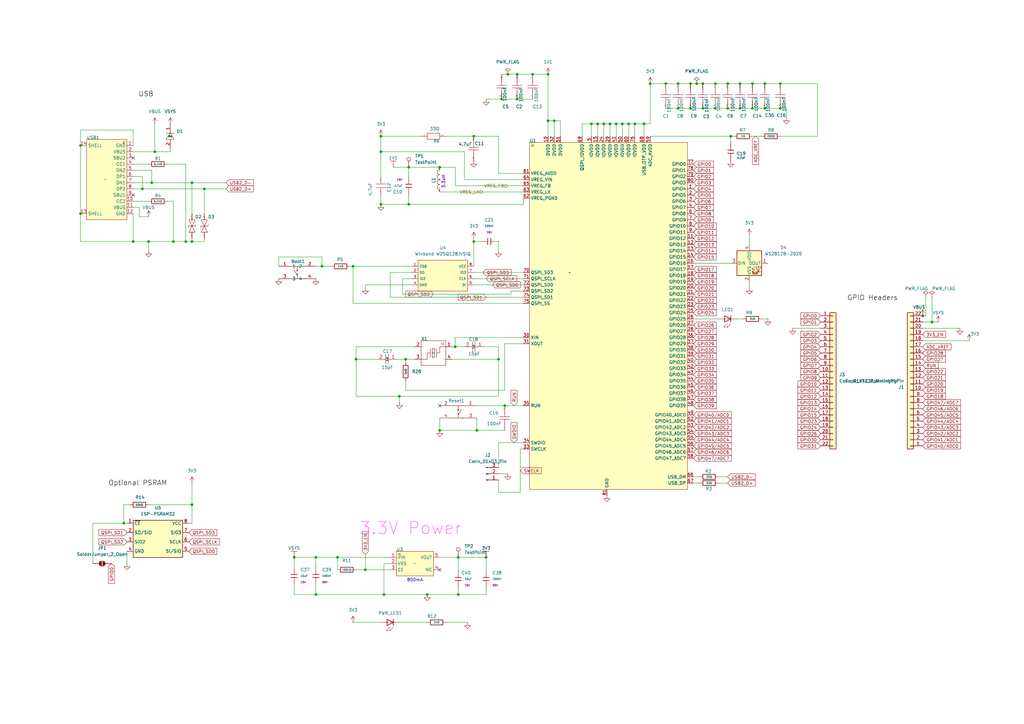
<source format=kicad_sch>
(kicad_sch (version 20250114) (generator "eeschema") (generator_version "9.0")
  (paper "A3")
  (text "Optional PSRAM" (at 44.45 199.39 0) (effects (font (size 2 2)) (justify left bottom)))
  (text "3.3V Power" (at 147.32 219.71 0) (effects (font (size 4.9784 4.9784)) (justify left bottom)))
  (text "GPIO Headers" (at 347.472 123.444 0) (effects (font (size 2 2)) (justify left bottom)))
  (text "USB" (at 62.992 39.878 0) (effects (font (size 2 2)) (justify right bottom)))
  (text "800mA" (at 166.878 238.76 0) (effects (font (size 1.27 1.27)) (justify left bottom)))
  (junction (at 62.23 74.93))
  (junction (at 156.21 62.23))
  (junction (at 257.81 50.8))
  (junction (at 156.21 83.82))
  (junction (at 278.13 34.29))
  (junction (at 33.02 87.63))
  (junction (at 278.13 44.45))
  (junction (at 303.53 34.29))
  (junction (at 224.79 49.53))
  (junction (at 157.48 243.84))
  (junction (at 167.64 68.58))
  (junction (at 382.27 132.08))
  (junction (at 194.31 55.88))
  (junction (at 303.53 44.45))
  (junction (at 163.83 162.56))
  (junction (at 194.31 99.06))
  (junction (at 266.7 34.29))
  (junction (at 129.54 228.6))
  (junction (at 149.86 233.68))
  (junction (at 187.96 243.84))
  (junction (at 247.65 50.8))
  (junction (at 60.96 99.06))
  (junction (at 273.05 34.29))
  (junction (at 144.78 109.22))
  (junction (at 285.75 34.29))
  (junction (at 83.82 77.47))
  (junction (at 212.09 40.64))
  (junction (at 308.61 34.29))
  (junction (at 308.61 44.45))
  (junction (at 204.47 147.32))
  (junction (at 78.74 99.06))
  (junction (at 283.21 34.29))
  (junction (at 288.29 44.45))
  (junction (at 218.44 30.48))
  (junction (at 242.57 50.8))
  (junction (at 245.11 50.8))
  (junction (at 63.5 62.23))
  (junction (at 175.26 243.84))
  (junction (at 293.37 34.29))
  (junction (at 167.64 83.82))
  (junction (at 156.21 55.88))
  (junction (at 195.58 176.53))
  (junction (at 50.8 214.63))
  (junction (at 320.04 44.45))
  (junction (at 71.12 99.06))
  (junction (at 298.45 34.29))
  (junction (at 224.79 30.48))
  (junction (at 378.46 129.54))
  (junction (at 250.19 50.8))
  (junction (at 320.04 34.29))
  (junction (at 78.74 74.93))
  (junction (at 227.33 49.53))
  (junction (at 208.28 30.48))
  (junction (at 293.37 44.45))
  (junction (at 146.05 147.32))
  (junction (at 138.43 228.6))
  (junction (at 180.34 176.53))
  (junction (at 298.45 44.45))
  (junction (at 166.37 147.32))
  (junction (at 264.16 50.8))
  (junction (at 260.35 50.8))
  (junction (at 76.2 99.06))
  (junction (at 252.73 50.8))
  (junction (at 54.61 99.06))
  (junction (at 207.01 166.37))
  (junction (at 199.39 228.6))
  (junction (at 299.72 55.88))
  (junction (at 288.29 34.29))
  (junction (at 212.09 30.48))
  (junction (at 255.27 50.8))
  (junction (at 186.69 142.24))
  (junction (at 180.34 68.58))
  (junction (at 129.54 243.84))
  (junction (at 313.69 34.29))
  (junction (at 58.42 77.47))
  (junction (at 33.02 59.69))
  (junction (at 120.65 228.6))
  (junction (at 283.21 44.45))
  (junction (at 205.74 40.64))
  (junction (at 313.69 44.45))
  (junction (at 78.74 207.01))
  (junction (at 187.96 228.6))
  (junction (at 132.08 109.22))
  (no_connect (at 180.34 233.68))
  (no_connect (at 180.34 166.37))
  (no_connect (at 54.61 80.01))
  (no_connect (at 54.61 64.77))
  (wire (pts (xy 214.63 76.2) (xy 186.69 76.2)))
  (wire (pts (xy 250.19 50.8) (xy 252.73 50.8)))
  (wire (pts (xy 393.7 134.62) (xy 378.46 134.62)))
  (wire (pts (xy 157.48 243.84) (xy 175.26 243.84)))
  (wire (pts (xy 114.3 105.41) (xy 114.3 109.22)))
  (wire (pts (xy 165.1 114.3) (xy 165.1 120.65)))
  (wire (pts (xy 78.74 99.06) (xy 83.82 99.06)))
  (wire (pts (xy 156.21 55.88) (xy 172.72 55.88)))
  (wire (pts (xy 257.81 50.8) (xy 260.35 50.8)))
  (wire (pts (xy 146.05 162.56) (xy 146.05 147.32)))
  (wire (pts (xy 293.37 44.45) (xy 298.45 44.45)))
  (wire (pts (xy 227.33 49.53) (xy 227.33 55.88)))
  (wire (pts (xy 149.86 118.11) (xy 149.86 116.84)))
  (wire (pts (xy 60.96 207.01) (xy 78.74 207.01)))
  (wire (pts (xy 149.86 233.68) (xy 160.02 233.68)))
  (wire (pts (xy 38.1 231.14) (xy 38.1 214.63)))
  (wire (pts (xy 52.07 231.14) (xy 52.07 226.06)))
  (wire (pts (xy 199.39 233.68) (xy 199.39 228.6)))
  (wire (pts (xy 114.3 105.41) (xy 132.08 105.41)))
  (wire (pts (xy 50.8 207.01) (xy 50.8 214.63)))
  (wire (pts (xy 204.47 102.87) (xy 204.47 99.06)))
  (wire (pts (xy 167.64 80.01) (xy 167.64 83.82)))
  (wire (pts (xy 208.28 30.48) (xy 212.09 30.48)))
  (wire (pts (xy 50.8 214.63) (xy 52.07 214.63)))
  (wire (pts (xy 132.08 109.22) (xy 132.08 105.41)))
  (wire (pts (xy 120.65 240.03) (xy 120.65 243.84)))
  (wire (pts (xy 146.05 147.32) (xy 154.94 147.32)))
  (wire (pts (xy 238.76 50.8) (xy 242.57 50.8)))
  (wire (pts (xy 190.5 73.66) (xy 190.5 62.23)))
  (wire (pts (xy 146.05 147.32) (xy 146.05 142.24)))
  (wire (pts (xy 204.47 181.61) (xy 214.63 181.61)))
  (wire (pts (xy 191.77 255.27) (xy 182.88 255.27)))
  (wire (pts (xy 212.09 30.48) (xy 218.44 30.48)))
  (wire (pts (xy 382.27 132.08) (xy 384.81 132.08)))
  (wire (pts (xy 167.64 72.39) (xy 167.64 68.58)))
  (wire (pts (xy 242.57 50.8) (xy 245.11 50.8)))
  (wire (pts (xy 284.48 198.12) (xy 287.02 198.12)))
  (wire (pts (xy 227.33 49.53) (xy 224.79 49.53)))
  (wire (pts (xy 308.61 44.45) (xy 313.69 44.45)))
  (wire (pts (xy 320.04 55.88) (xy 335.28 55.88)))
  (wire (pts (xy 214.63 73.66) (xy 190.5 73.66)))
  (wire (pts (xy 322.58 44.45) (xy 322.58 48.26)))
  (wire (pts (xy 250.19 50.8) (xy 250.19 55.88)))
  (wire (pts (xy 264.16 50.8) (xy 266.7 50.8)))
  (wire (pts (xy 120.65 228.6) (xy 129.54 228.6)))
  (wire (pts (xy 129.54 228.6) (xy 138.43 228.6)))
  (wire (pts (xy 186.69 138.43) (xy 186.69 142.24)))
  (wire (pts (xy 166.37 148.59) (xy 166.37 147.32)))
  (wire (pts (xy 156.21 62.23) (xy 156.21 72.4154)))
  (wire (pts (xy 266.7 55.88) (xy 299.72 55.88)))
  (wire (pts (xy 185.42 147.32) (xy 204.47 147.32)))
  (wire (pts (xy 156.21 79.9846) (xy 156.21 83.82)))
  (wire (pts (xy 229.87 49.53) (xy 227.33 49.53)))
  (wire (pts (xy 214.63 71.12) (xy 204.47 71.12)))
  (wire (pts (xy 204.47 71.12) (xy 204.47 55.88)))
  (wire (pts (xy 199.39 241.3) (xy 199.39 243.84)))
  (wire (pts (xy 180.34 68.58) (xy 186.69 68.58)))
  (wire (pts (xy 76.2 99.06) (xy 78.74 99.06)))
  (wire (pts (xy 54.61 85.09) (xy 57.15 85.09)))
  (wire (pts (xy 213.36 184.15) (xy 214.63 184.15)))
  (wire (pts (xy 138.43 228.6) (xy 138.43 233.68)))
  (wire (pts (xy 260.35 50.8) (xy 264.16 50.8)))
  (wire (pts (xy 320.04 44.45) (xy 322.58 44.45)))
  (wire (pts (xy 194.31 55.88) (xy 204.47 55.88)))
  (wire (pts (xy 166.37 147.32) (xy 170.18 147.32)))
  (wire (pts (xy 78.74 99.06) (xy 78.74 97.79)))
  (wire (pts (xy 163.83 165.1) (xy 163.83 162.56)))
  (wire (pts (xy 120.65 228.6) (xy 120.65 232.41)))
  (wire (pts (xy 57.15 85.09) (xy 57.15 88.9)))
  (wire (pts (xy 194.31 116.84) (xy 214.63 116.84)))
  (wire (pts (xy 160.02 121.92) (xy 214.63 121.92)))
  (wire (pts (xy 224.79 49.53) (xy 224.79 30.48)))
  (wire (pts (xy 168.91 114.3) (xy 165.1 114.3)))
  (wire (pts (xy 257.81 50.8) (xy 257.81 55.88)))
  (wire (pts (xy 207.01 140.97) (xy 214.63 140.97)))
  (wire (pts (xy 205.74 40.64) (xy 212.09 40.64)))
  (wire (pts (xy 54.61 67.31) (xy 60.96 67.31)))
  (wire (pts (xy 213.36 184.15) (xy 213.36 201.93)))
  (wire (pts (xy 283.21 44.45) (xy 288.29 44.45)))
  (wire (pts (xy 266.7 34.29) (xy 273.05 34.29)))
  (wire (pts (xy 298.45 195.58) (xy 294.64 195.58)))
  (wire (pts (xy 76.2 99.06) (xy 71.12 99.06)))
  (wire (pts (xy 83.82 77.47) (xy 83.82 87.63)))
  (wire (pts (xy 335.28 55.88) (xy 335.28 34.29)))
  (wire (pts (xy 92.71 74.93) (xy 78.74 74.93)))
  (wire (pts (xy 260.35 50.8) (xy 260.35 55.88)))
  (wire (pts (xy 196.85 99.06) (xy 194.31 99.06)))
  (wire (pts (xy 146.05 142.24) (xy 170.18 142.24)))
  (wire (pts (xy 273.05 44.45) (xy 278.13 44.45)))
  (wire (pts (xy 187.96 228.6) (xy 199.39 228.6)))
  (wire (pts (xy 204.47 162.56) (xy 204.47 147.32)))
  (wire (pts (xy 76.2 67.31) (xy 76.2 99.06)))
  (wire (pts (xy 245.11 50.8) (xy 245.11 55.88)))
  (wire (pts (xy 92.71 77.47) (xy 83.82 77.47)))
  (wire (pts (xy 120.65 243.84) (xy 129.54 243.84)))
  (wire (pts (xy 195.58 176.53) (xy 207.01 176.53)))
  (wire (pts (xy 314.96 130.81) (xy 312.42 130.81)))
  (wire (pts (xy 144.78 124.46) (xy 144.78 109.22)))
  (wire (pts (xy 71.12 82.55) (xy 71.12 99.06)))
  (wire (pts (xy 308.61 55.88) (xy 312.42 55.88)))
  (wire (pts (xy 298.45 44.45) (xy 303.53 44.45)))
  (wire (pts (xy 62.23 69.85) (xy 54.61 69.85)))
  (wire (pts (xy 298.45 198.12) (xy 294.64 198.12)))
  (wire (pts (xy 288.29 34.29) (xy 293.37 34.29)))
  (wire (pts (xy 255.27 50.8) (xy 255.27 55.88)))
  (wire (pts (xy 212.09 40.64) (xy 218.44 40.64)))
  (wire (pts (xy 71.12 82.55) (xy 68.58 82.55)))
  (wire (pts (xy 144.78 124.46) (xy 214.63 124.46)))
  (wire (pts (xy 76.2 67.31) (xy 68.58 67.31)))
  (wire (pts (xy 77.47 214.63) (xy 78.74 214.63)))
  (wire (pts (xy 54.61 82.55) (xy 60.96 82.55)))
  (wire (pts (xy 186.69 76.2) (xy 186.69 68.58)))
  (wire (pts (xy 218.44 30.48) (xy 224.79 30.48)))
  (wire (pts (xy 266.7 34.29) (xy 266.7 50.8)))
  (wire (pts (xy 57.15 88.9) (xy 60.96 88.9)))
  (wire (pts (xy 284.48 195.58) (xy 287.02 195.58)))
  (wire (pts (xy 166.37 160.02) (xy 207.01 160.02)))
  (wire (pts (xy 186.69 142.24) (xy 190.5 142.24)))
  (wire (pts (xy 325.12 134.62) (xy 336.55 134.62)))
  (wire (pts (xy 224.79 49.53) (xy 224.79 55.88)))
  (wire (pts (xy 83.82 77.47) (xy 58.42 77.47)))
  (wire (pts (xy 378.46 132.08) (xy 382.27 132.08)))
  (wire (pts (xy 245.11 50.8) (xy 247.65 50.8)))
  (wire (pts (xy 54.61 99.06) (xy 33.02 99.06)))
  (wire (pts (xy 163.83 162.56) (xy 204.47 162.56)))
  (wire (pts (xy 242.57 50.8) (xy 242.57 55.88)))
  (wire (pts (xy 293.37 34.29) (xy 298.45 34.29)))
  (wire (pts (xy 397.51 139.7) (xy 378.46 139.7)))
  (wire (pts (xy 284.48 130.81) (xy 294.64 130.81)))
  (wire (pts (xy 156.21 55.88) (xy 156.21 62.23)))
  (wire (pts (xy 195.58 171.45) (xy 195.58 176.53)))
  (wire (pts (xy 78.74 74.93) (xy 62.23 74.93)))
  (wire (pts (xy 284.48 107.95) (xy 299.72 107.95)))
  (wire (pts (xy 194.31 55.88) (xy 182.88 55.88)))
  (wire (pts (xy 194.31 114.3) (xy 214.63 114.3)))
  (wire (pts (xy 288.29 44.45) (xy 293.37 44.45)))
  (wire (pts (xy 204.47 201.93) (xy 204.47 196.85)))
  (wire (pts (xy 255.27 50.8) (xy 257.81 50.8)))
  (wire (pts (xy 264.16 50.8) (xy 264.16 55.88)))
  (wire (pts (xy 132.08 109.22) (xy 135.89 109.22)))
  (wire (pts (xy 58.42 77.47) (xy 58.42 72.39)))
  (wire (pts (xy 180.34 176.53) (xy 195.58 176.53)))
  (wire (pts (xy 60.96 99.06) (xy 54.61 99.06)))
  (wire (pts (xy 194.31 97.79) (xy 194.31 99.06)))
  (wire (pts (xy 207.01 166.37) (xy 214.63 166.37)))
  (wire (pts (xy 62.23 74.93) (xy 62.23 69.85)))
  (wire (pts (xy 180.34 171.45) (xy 180.34 176.53)))
  (wire (pts (xy 187.96 243.84) (xy 199.39 243.84)))
  (wire (pts (xy 78.74 207.01) (xy 78.74 214.63)))
  (wire (pts (xy 160.02 111.76) (xy 168.91 111.76)))
  (wire (pts (xy 157.48 231.14) (xy 157.48 243.84)))
  (wire (pts (xy 161.29 68.58) (xy 167.64 68.58)))
  (wire (pts (xy 162.56 147.32) (xy 166.37 147.32)))
  (wire (pts (xy 204.47 147.32) (xy 204.47 142.24)))
  (wire (pts (xy 129.54 240.03) (xy 129.54 243.84)))
  (wire (pts (xy 146.05 162.56) (xy 163.83 162.56)))
  (wire (pts (xy 69.85 60.96) (xy 69.85 62.23)))
  (wire (pts (xy 214.63 138.43) (xy 186.69 138.43)))
  (wire (pts (xy 194.31 111.76) (xy 214.63 111.76)))
  (wire (pts (xy 129.54 243.84) (xy 157.48 243.84)))
  (wire (pts (xy 143.51 109.22) (xy 144.78 109.22)))
  (wire (pts (xy 167.64 68.58) (xy 180.34 68.58)))
  (wire (pts (xy 78.74 207.01) (xy 78.74 198.12)))
  (wire (pts (xy 307.34 115.57) (xy 307.34 118.11)))
  (wire (pts (xy 168.91 116.84) (xy 149.86 116.84)))
  (wire (pts (xy 194.31 99.06) (xy 194.31 109.22)))
  (wire (pts (xy 313.69 44.45) (xy 320.04 44.45)))
  (wire (pts (xy 283.21 34.29) (xy 278.13 34.29)))
  (wire (pts (xy 156.21 255.27) (xy 144.78 255.27)))
  (wire (pts (xy 129.54 109.22) (xy 132.08 109.22)))
  (wire (pts (xy 60.96 102.87) (xy 60.96 99.06)))
  (wire (pts (xy 53.34 207.01) (xy 50.8 207.01)))
  (wire (pts (xy 138.43 228.6) (xy 160.02 228.6)))
  (wire (pts (xy 33.02 87.63) (xy 33.02 99.06)))
  (wire (pts (xy 247.65 50.8) (xy 250.19 50.8)))
  (wire (pts (xy 303.53 34.29) (xy 308.61 34.29)))
  (wire (pts (xy 146.05 233.68) (xy 149.86 233.68)))
  (wire (pts (xy 252.73 50.8) (xy 255.27 50.8)))
  (wire (pts (xy 71.12 99.06) (xy 60.96 99.06)))
  (wire (pts (xy 273.05 34.29) (xy 278.13 34.29)))
  (wire (pts (xy 175.26 243.84) (xy 187.96 243.84)))
  (wire (pts (xy 285.75 34.29) (xy 288.29 34.29)))
  (wire (pts (xy 157.48 231.14) (xy 160.02 231.14)))
  (wire (pts (xy 63.5 50.8) (xy 63.5 62.23)))
  (wire (pts (xy 33.02 59.69) (xy 33.02 87.63)))
  (wire (pts (xy 54.61 87.63) (xy 54.61 99.06)))
  (wire (pts (xy 156.21 62.23) (xy 190.5 62.23)))
  (wire (pts (xy 209.55 119.38) (xy 214.63 119.38)))
  (wire (pts (xy 180.34 78.74) (xy 214.63 78.74)))
  (wire (pts (xy 229.87 55.88) (xy 229.87 49.53)))
  (wire (pts (xy 298.45 34.29) (xy 303.53 34.29)))
  (wire (pts (xy 187.96 233.68) (xy 187.96 228.6)))
  (wire (pts (xy 303.53 44.45) (xy 308.61 44.45)))
  (wire (pts (xy 208.28 194.31) (xy 204.47 194.31)))
  (wire (pts (xy 167.64 83.82) (xy 214.63 83.82)))
  (wire (pts (xy 205.74 30.48) (xy 208.28 30.48)))
  (wire (pts (xy 78.74 74.93) (xy 78.74 87.63)))
  (wire (pts (xy 320.04 34.29) (xy 335.28 34.29)))
  (wire (pts (xy 278.13 44.45) (xy 283.21 44.45)))
  (wire (pts (xy 129.54 228.6) (xy 129.54 232.41)))
  (wire (pts (xy 300.99 55.88) (xy 299.72 55.88)))
  (wire (pts (xy 33.02 53.34) (xy 33.02 59.69)))
  (wire (pts (xy 299.72 58.42) (xy 299.72 55.88)))
  (wire (pts (xy 166.37 160.02) (xy 166.37 156.21)))
  (wire (pts (xy 156.21 83.82) (xy 167.64 83.82)))
  (wire (pts (xy 207.01 160.02) (xy 207.01 140.97)))
  (wire (pts (xy 213.36 201.93) (xy 204.47 201.93)))
  (wire (pts (xy 313.69 34.29) (xy 320.04 34.29)))
  (wire (pts (xy 198.12 142.24) (xy 204.47 142.24)))
  (wire (pts (xy 69.85 62.23) (xy 63.5 62.23)))
  (wire (pts (xy 214.63 83.82) (xy 214.63 81.28)))
  (wire (pts (xy 252.73 50.8) (xy 252.73 55.88)))
  (wire (pts (xy 247.65 50.8) (xy 247.65 55.88)))
  (wire (pts (xy 54.61 74.93) (xy 62.23 74.93)))
  (wire (pts (xy 238.76 55.88) (xy 238.76 50.8)))
  (wire (pts (xy 54.61 53.34) (xy 33.02 53.34)))
  (wire (pts (xy 58.42 72.39) (xy 54.61 72.39)))
  (wire (pts (xy 54.61 62.23) (xy 63.5 62.23)))
  (wire (pts (xy 149.86 227.33) (xy 149.86 233.68)))
  (wire (pts (xy 379.73 121.92) (xy 379.73 129.54)))
  (wire (pts (xy 209.55 120.65) (xy 165.1 120.65)))
  (wire (pts (xy 209.55 120.65) (xy 209.55 119.38)))
  (wire (pts (xy 308.61 34.29) (xy 313.69 34.29)))
  (wire (pts (xy 285.75 34.29) (xy 283.21 34.29)))
  (wire (pts (xy 187.96 241.3) (xy 187.96 243.84)))
  (wire (pts (xy 307.34 96.52) (xy 307.34 100.33)))
  (wire (pts (xy 54.61 77.47) (xy 58.42 77.47)))
  (wire (pts (xy 163.83 255.27) (xy 175.26 255.27)))
  (wire (pts (xy 195.58 166.37) (xy 207.01 166.37)))
  (wire (pts (xy 160.02 111.76) (xy 160.02 121.92)))
  (wire (pts (xy 83.82 99.06) (xy 83.82 97.79)))
  (wire (pts (xy 144.78 109.22) (xy 168.91 109.22)))
  (wire (pts (xy 199.39 40.64) (xy 205.74 40.64)))
  (wire (pts (xy 185.42 142.24) (xy 186.69 142.24)))
  (wire (pts (xy 302.26 130.81) (xy 304.8 130.81)))
  (wire (pts (xy 204.47 191.77) (xy 204.47 181.61)))
  (wire (pts (xy 180.34 228.6) (xy 187.96 228.6)))
  (wire (pts (xy 379.73 129.54) (xy 378.46 129.54)))
  (wire (pts (xy 382.27 121.92) (xy 382.27 132.08)))
  (wire (pts (xy 38.1 214.63) (xy 50.8 214.63)))
  (wire (pts (xy 54.61 53.34) (xy 54.61 59.69)))
  (global_label "GPIO28" (shape input) (at 284.48 138.43 0) (property "Intersheetrefs" "${INTERSHEET_REFS}" (effects (hide yes))))
  (global_label "USB2_D+" (shape input) (at 92.71 77.47 0) (property "Intersheetrefs" "${INTERSHEET_REFS}" (effects (hide yes))))
  (global_label "RUN" (shape input) (at 378.46 149.86 0) (property "Intersheetrefs" "${INTERSHEET_REFS}" (effects (hide yes))))
  (global_label "3V3_EN" (shape input) (at 149.86 227.33 90) (property "Intersheetrefs" "${INTERSHEET_REFS}" (effects (hide yes))))
  (global_label "GPIO46/ADC6" (shape input) (at 378.46 167.64 0) (property "Intersheetrefs" "${INTERSHEET_REFS}" (effects (hide yes))))
  (global_label "GPIO2" (shape input) (at 336.55 137.16 180) (property "Intersheetrefs" "${INTERSHEET_REFS}" (effects (hide yes))))
  (global_label "GPIO22" (shape input) (at 378.46 152.4 0) (property "Intersheetrefs" "${INTERSHEET_REFS}" (effects (hide yes))))
  (global_label "GPIO14" (shape input) (at 284.48 102.87 0) (property "Intersheetrefs" "${INTERSHEET_REFS}" (effects (hide yes))))
  (global_label "QSPI_SCLK" (shape input) (at 199.39 114.3 0) (property "Intersheetrefs" "${INTERSHEET_REFS}" (effects (hide yes))))
  (global_label "GPIO41/ADC1" (shape input) (at 284.48 172.72 0) (property "Intersheetrefs" "${INTERSHEET_REFS}" (effects (hide yes))))
  (global_label "GPIO3" (shape input) (at 284.48 74.93 0) (property "Intersheetrefs" "${INTERSHEET_REFS}" (effects (hide yes))))
  (global_label "GPIO17" (shape input) (at 284.48 110.49 0) (property "Intersheetrefs" "${INTERSHEET_REFS}" (effects (hide yes))))
  (global_label "GPIO45/ADC5" (shape input) (at 378.46 170.18 0) (property "Intersheetrefs" "${INTERSHEET_REFS}" (effects (hide yes))))
  (global_label "GPIO4" (shape input) (at 336.55 142.24 180) (property "Intersheetrefs" "${INTERSHEET_REFS}" (effects (hide yes))))
  (global_label "GPIO32" (shape input) (at 284.48 148.59 0) (property "Intersheetrefs" "${INTERSHEET_REFS}" (effects (hide yes))))
  (global_label "GPIO24" (shape input) (at 336.55 175.26 180) (property "Intersheetrefs" "${INTERSHEET_REFS}" (effects (hide yes))))
  (global_label "GPIO26" (shape input) (at 336.55 177.8 180) (property "Intersheetrefs" "${INTERSHEET_REFS}" (effects (hide yes))))
  (global_label "GPIO13" (shape input) (at 284.48 100.33 0) (property "Intersheetrefs" "${INTERSHEET_REFS}" (effects (hide yes))))
  (global_label "GPIO44/ADC4" (shape input) (at 378.46 172.72 0) (property "Intersheetrefs" "${INTERSHEET_REFS}" (effects (hide yes))))
  (global_label "GPIO47/ADC7" (shape input) (at 284.48 187.96 0) (property "Intersheetrefs" "${INTERSHEET_REFS}" (effects (hide yes))))
  (global_label "GPIO9" (shape input) (at 284.48 90.17 0) (property "Intersheetrefs" "${INTERSHEET_REFS}" (effects (hide yes))))
  (global_label "GPIO4" (shape input) (at 284.48 77.47 0) (property "Intersheetrefs" "${INTERSHEET_REFS}" (effects (hide yes))))
  (global_label "GPIO1" (shape input) (at 284.48 69.85 0) (property "Intersheetrefs" "${INTERSHEET_REFS}" (effects (hide yes))))
  (global_label "GPIO0" (shape input) (at 284.48 67.31 0) (property "Intersheetrefs" "${INTERSHEET_REFS}" (effects (hide yes))))
  (global_label "GPIO1" (shape input) (at 336.55 132.08 180) (property "Intersheetrefs" "${INTERSHEET_REFS}" (effects (hide yes))))
  (global_label "GPIO34" (shape input) (at 284.48 153.67 0) (property "Intersheetrefs" "${INTERSHEET_REFS}" (effects (hide yes))))
  (global_label "GPIO12" (shape input) (at 284.48 97.79 0) (property "Intersheetrefs" "${INTERSHEET_REFS}" (effects (hide yes))))
  (global_label "GPIO5" (shape input) (at 336.55 144.78 180) (property "Intersheetrefs" "${INTERSHEET_REFS}" (effects (hide yes))))
  (global_label "GPIO41/ADC1" (shape input) (at 378.46 180.34 0) (property "Intersheetrefs" "${INTERSHEET_REFS}" (effects (hide yes))))
  (global_label "GPIO7" (shape input) (at 284.48 85.09 0) (property "Intersheetrefs" "${INTERSHEET_REFS}" (effects (hide yes))))
  (global_label "GPIO39" (shape input) (at 284.48 166.37 0) (property "Intersheetrefs" "${INTERSHEET_REFS}" (effects (hide yes))))
  (global_label "GPIO9" (shape input) (at 336.55 154.94 180) (property "Intersheetrefs" "${INTERSHEET_REFS}" (effects (hide yes))))
  (global_label "GPIO40/ADC0" (shape input) (at 378.46 182.88 0) (property "Intersheetrefs" "${INTERSHEET_REFS}" (effects (hide yes))))
  (global_label "GPIO2" (shape input) (at 284.48 72.39 0) (property "Intersheetrefs" "${INTERSHEET_REFS}" (effects (hide yes))))
  (global_label "GPIO6" (shape input) (at 284.48 82.55 0) (property "Intersheetrefs" "${INTERSHEET_REFS}" (effects (hide yes))))
  (global_label "GPIO15" (shape input) (at 336.55 170.18 180) (property "Intersheetrefs" "${INTERSHEET_REFS}" (effects (hide yes))))
  (global_label "GPIO14" (shape input) (at 336.55 167.64 180) (property "Intersheetrefs" "${INTERSHEET_REFS}" (effects (hide yes))))
  (global_label "QSPI_SD3" (shape input) (at 77.47 218.44 0) (property "Intersheetrefs" "${INTERSHEET_REFS}" (effects (hide yes))))
  (global_label "GPIO27" (shape input) (at 378.46 147.32 0) (property "Intersheetrefs" "${INTERSHEET_REFS}" (effects (hide yes))))
  (global_label "QSPI_SD0" (shape input) (at 201.93 116.84 0) (property "Intersheetrefs" "${INTERSHEET_REFS}" (effects (hide yes))))
  (global_label "GPIO3" (shape input) (at 336.55 139.7 180) (property "Intersheetrefs" "${INTERSHEET_REFS}" (effects (hide yes))))
  (global_label "GPIO23" (shape input) (at 284.48 125.73 0) (property "Intersheetrefs" "${INTERSHEET_REFS}" (effects (hide yes))))
  (global_label "QSPI_SD2" (shape input) (at 177.8 120.65 180) (property "Intersheetrefs" "${INTERSHEET_REFS}" (effects (hide yes))))
  (global_label "GPIO36" (shape input) (at 284.48 158.75 0) (property "Intersheetrefs" "${INTERSHEET_REFS}" (effects (hide yes))))
  (global_label "GPIO18" (shape input) (at 284.48 113.03 0) (property "Intersheetrefs" "${INTERSHEET_REFS}" (effects (hide yes))))
  (global_label "GPIO30" (shape input) (at 336.55 180.34 180) (property "Intersheetrefs" "${INTERSHEET_REFS}" (effects (hide yes))))
  (global_label "GPIO22" (shape input) (at 284.48 123.19 0) (property "Intersheetrefs" "${INTERSHEET_REFS}" (effects (hide yes))))
  (global_label "GPIO10" (shape input) (at 284.48 92.71 0) (property "Intersheetrefs" "${INTERSHEET_REFS}" (effects (hide yes))))
  (global_label "GPIO35" (shape input) (at 284.48 156.21 0) (property "Intersheetrefs" "${INTERSHEET_REFS}" (effects (hide yes))))
  (global_label "GPIO7" (shape input) (at 336.55 149.86 180) (property "Intersheetrefs" "${INTERSHEET_REFS}" (effects (hide yes))))
  (global_label "RUN" (shape input) (at 210.82 166.37 90) (property "Intersheetrefs" "${INTERSHEET_REFS}" (effects (hide yes))))
  (global_label "GPIO28" (shape input) (at 378.46 144.78 0) (property "Intersheetrefs" "${INTERSHEET_REFS}" (effects (hide yes))))
  (global_label "GPIO33" (shape input) (at 284.48 151.13 0) (property "Intersheetrefs" "${INTERSHEET_REFS}" (effects (hide yes))))
  (global_label "GPIO31" (shape input) (at 336.55 182.88 180) (property "Intersheetrefs" "${INTERSHEET_REFS}" (effects (hide yes))))
  (global_label "GPIO6" (shape input) (at 336.55 147.32 180) (property "Intersheetrefs" "${INTERSHEET_REFS}" (effects (hide yes))))
  (global_label "GPIO43/ADC3" (shape input) (at 284.48 177.8 0) (property "Intersheetrefs" "${INTERSHEET_REFS}" (effects (hide yes))))
  (global_label "GPIO21" (shape input) (at 284.48 120.65 0) (property "Intersheetrefs" "${INTERSHEET_REFS}" (effects (hide yes))))
  (global_label "SWDIO" (shape input) (at 210.82 181.61 90) (property "Intersheetrefs" "${INTERSHEET_REFS}" (effects (hide yes))))
  (global_label "GPIO11" (shape input) (at 336.55 160.02 180) (property "Intersheetrefs" "${INTERSHEET_REFS}" (effects (hide yes))))
  (global_label "GPIO42/ADC2" (shape input) (at 284.48 175.26 0) (property "Intersheetrefs" "${INTERSHEET_REFS}" (effects (hide yes))))
  (global_label "SWCLK" (shape input) (at 213.36 193.04 0) (property "Intersheetrefs" "${INTERSHEET_REFS}" (effects (hide yes))))
  (global_label "QSPI_SD2" (shape input) (at 52.07 222.25 180) (property "Intersheetrefs" "${INTERSHEET_REFS}" (effects (hide yes))))
  (global_label "GPIO46/ADC6" (shape input) (at 284.48 185.42 0) (property "Intersheetrefs" "${INTERSHEET_REFS}" (effects (hide yes))))
  (global_label "QSPI_SD3" (shape input) (at 198.12 111.76 0) (property "Intersheetrefs" "${INTERSHEET_REFS}" (effects (hide yes))))
  (global_label "QSPI_SD1" (shape input) (at 199.39 121.92 180) (property "Intersheetrefs" "${INTERSHEET_REFS}" (effects (hide yes))))
  (global_label "GPIO20" (shape input) (at 284.48 118.11 0) (property "Intersheetrefs" "${INTERSHEET_REFS}" (effects (hide yes))))
  (global_label "GPIO45/ADC5" (shape input) (at 284.48 182.88 0) (property "Intersheetrefs" "${INTERSHEET_REFS}" (effects (hide yes))))
  (global_label "GPIO18" (shape input) (at 378.46 162.56 0) (property "Intersheetrefs" "${INTERSHEET_REFS}" (effects (hide yes))))
  (global_label "GPIO29" (shape input) (at 284.48 140.97 0) (property "Intersheetrefs" "${INTERSHEET_REFS}" (effects (hide yes))))
  (global_label "ADC_VREF" (shape input) (at 309.88 55.88 270) (property "Intersheetrefs" "${INTERSHEET_REFS}" (effects (hide yes))))
  (global_label "GPIO8" (shape input) (at 336.55 152.4 180) (property "Intersheetrefs" "${INTERSHEET_REFS}" (effects (hide yes))))
  (global_label "USB2_D-" (shape input) (at 92.71 74.93 0) (property "Intersheetrefs" "${INTERSHEET_REFS}" (effects (hide yes))))
  (global_label "GPIO11" (shape input) (at 284.48 95.25 0) (property "Intersheetrefs" "${INTERSHEET_REFS}" (effects (hide yes))))
  (global_label "USB2_D+" (shape input) (at 298.45 198.12 0) (property "Intersheetrefs" "${INTERSHEET_REFS}" (effects (hide yes))))
  (global_label "GPIO21" (shape input) (at 378.46 154.94 0) (property "Intersheetrefs" "${INTERSHEET_REFS}" (effects (hide yes))))
  (global_label "GPIO10" (shape input) (at 336.55 157.48 180) (property "Intersheetrefs" "${INTERSHEET_REFS}" (effects (hide yes))))
  (global_label "ADC_VREF" (shape input) (at 378.46 142.24 0) (property "Intersheetrefs" "${INTERSHEET_REFS}" (effects (hide yes))))
  (global_label "GPIO20" (shape input) (at 378.46 157.48 0) (property "Intersheetrefs" "${INTERSHEET_REFS}" (effects (hide yes))))
  (global_label "GPIO8" (shape input) (at 284.48 87.63 0) (property "Intersheetrefs" "${INTERSHEET_REFS}" (effects (hide yes))))
  (global_label "GPIO40/ADC0" (shape input) (at 284.48 170.18 0) (property "Intersheetrefs" "${INTERSHEET_REFS}" (effects (hide yes))))
  (global_label "GPIO43/ADC3" (shape input) (at 378.46 175.26 0) (property "Intersheetrefs" "${INTERSHEET_REFS}" (effects (hide yes))))
  (global_label "GPIO37" (shape input) (at 284.48 161.29 0) (property "Intersheetrefs" "${INTERSHEET_REFS}" (effects (hide yes))))
  (global_label "USB2_D-" (shape input) (at 298.45 195.58 0) (property "Intersheetrefs" "${INTERSHEET_REFS}" (effects (hide yes))))
  (global_label "3V3_EN" (shape input) (at 378.46 137.16 0) (property "Intersheetrefs" "${INTERSHEET_REFS}" (effects (hide yes))))
  (global_label "GPIO44/ADC4" (shape input) (at 284.48 180.34 0) (property "Intersheetrefs" "${INTERSHEET_REFS}" (effects (hide yes))))
  (global_label "GPIO23" (shape input) (at 336.55 172.72 180) (property "Intersheetrefs" "${INTERSHEET_REFS}" (effects (hide yes))))
  (global_label "GPIO19" (shape input) (at 378.46 160.02 0) (property "Intersheetrefs" "${INTERSHEET_REFS}" (effects (hide yes))))
  (global_label "QSPI_SCLK" (shape input) (at 77.47 222.25 0) (property "Intersheetrefs" "${INTERSHEET_REFS}" (effects (hide yes))))
  (global_label "GPIO0" (shape input) (at 336.55 129.54 180) (property "Intersheetrefs" "${INTERSHEET_REFS}" (effects (hide yes))))
  (global_label "GPIO0" (shape input) (at 45.72 231.14 270) (property "Intersheetrefs" "${INTERSHEET_REFS}" (effects (hide yes))))
  (global_label "GPIO5" (shape input) (at 284.48 80.01 0) (property "Intersheetrefs" "${INTERSHEET_REFS}" (effects (hide yes))))
  (global_label "GPIO42/ADC2" (shape input) (at 378.46 177.8 0) (property "Intersheetrefs" "${INTERSHEET_REFS}" (effects (hide yes))))
  (global_label "QSPI_SD0" (shape input) (at 77.47 226.06 0) (property "Intersheetrefs" "${INTERSHEET_REFS}" (effects (hide yes))))
  (global_label "GPIO26" (shape input) (at 284.48 133.35 0) (property "Intersheetrefs" "${INTERSHEET_REFS}" (effects (hide yes))))
  (global_label "GPIO24" (shape input) (at 284.48 128.27 0) (property "Intersheetrefs" "${INTERSHEET_REFS}" (effects (hide yes))))
  (global_label "GPIO38" (shape input) (at 284.48 163.83 0) (property "Intersheetrefs" "${INTERSHEET_REFS}" (effects (hide yes))))
  (global_label "GPIO15" (shape input) (at 284.48 105.41 0) (property "Intersheetrefs" "${INTERSHEET_REFS}" (effects (hide yes))))
  (global_label "QSPI_SD1" (shape input) (at 52.07 218.44 180) (property "Intersheetrefs" "${INTERSHEET_REFS}" (effects (hide yes))))
  (global_label "GPIO19" (shape input) (at 284.48 115.57 0) (property "Intersheetrefs" "${INTERSHEET_REFS}" (effects (hide yes))))
  (global_label "GPIO27" (shape input) (at 284.48 135.89 0) (property "Intersheetrefs" "${INTERSHEET_REFS}" (effects (hide yes))))
  (global_label "GPIO31" (shape input) (at 284.48 146.05 0) (property "Intersheetrefs" "${INTERSHEET_REFS}" (effects (hide yes))))
  (global_label "GPIO12" (shape input) (at 336.55 162.56 180) (property "Intersheetrefs" "${INTERSHEET_REFS}" (effects (hide yes))))
  (global_label "GPIO47/ADC7" (shape input) (at 378.46 165.1 0) (property "Intersheetrefs" "${INTERSHEET_REFS}" (effects (hide yes))))
  (global_label "GPIO13" (shape input) (at 336.55 165.1 180) (property "Intersheetrefs" "${INTERSHEET_REFS}" (effects (hide yes))))
  (global_label "GPIO30" (shape input) (at 284.48 143.51 0) (property "Intersheetrefs" "${INTERSHEET_REFS}" (effects (hide yes))))
  (hierarchical_label "VREG_FB" (shape input) (at 208.28 76.2 180))
  (hierarchical_label "VREG_LX" (shape input) (at 198.12 78.74 180))
  (symbol (lib_id "Mars_Library:Clean_Conn_01x22_2.54mm") (at 341.63 152.4 0) (unit 1)
    (property "Reference" "J3" (at 344.17 153.6699 0) (effects (justify left)))
    (property "Value" "Conn_01x32_MountingPin" (at 344.17 156.2099 0) (effects (justify left)))
    (property "Footprint" "Mars_Library:Pico_22pin" (effects (hide yes)))
    (property "Description" "Generic connector, single row, 01x20, script generated (kicad-library-utils/schlib/autogen/connector/)" (effects (hide yes)))
  )
  (symbol (lib_id "power:GND") (at 204.47 102.87 0) (unit 1)
    (property "Reference" "#PWR036" (effects (hide yes)))
    (property "Value" "GND" (effects (hide yes)))
    (property "Description" "Power symbol creates a global label with name \"GND\" , ground" (effects (hide yes)))
  )
  (symbol (lib_id "ProPrj_RP2-easyedapro:UMK105B7104KVHF") (at 288.29 39.37 180) (unit 1)
    (property "Reference" "C3" (at 288.29 48.514 0) (effects (justify right top)))
    (property "Value" "100nF" (at 290.576 46.228 90) (effects (justify right top)))
    (property "Footprint" "RP2350 Dev Board:C0402" (effects (hide yes)))
    (property "Datasheet" "https://atta.szlcsc.com/upload/public/pdf/source/20160218/1457707763339.pdf" (effects (hide yes)))
    (property "Description" "Capacitance: Tolerance:±10% Tolerance:±10% Voltage Rated: Temperature Coefficient:" (effects (hide yes)))
    (property "Manufacturer Part" "CL05B104KO5NNNC" (effects (hide yes)))
    (property "Manufacturer" "SAMSUNG(三星)" (effects (hide yes)))
    (property "Supplier Part" "C1525" (effects (hide yes)))
    (property "Supplier" "LCSC" (effects (hide yes)))
    (property "LCSC Part Name" "100nF ±10% 16V" (effects (hide yes)))
  )
  (symbol (lib_id "power:GND") (at 114.3 114.3 0) (unit 1)
    (property "Reference" "#PWR022" (effects (hide yes)))
    (property "Value" "GND" (effects (hide yes)))
    (property "Description" "Power symbol creates a global label with name \"GND\" , ground" (effects (hide yes)))
  )
  (symbol (lib_id "EasyEDA:DFLS130L-7") (at 69.85 55.88 90) (unit 1)
    (property "Reference" "D1" (at 72.39 54.61 90) (effects (justify right top)))
    (property "Value" "~" (at 69.85 55.88 0))
    (property "Footprint" "EasyEDA:POWERDI-123_L2.8-W1.8-LS3.7-RD" (effects (hide yes)))
    (property "Datasheet" "https://lcsc.com/product-detail/Schottky-Barrier-Diodes-SBD_DIODES_DFLS130L-7_DFLS130L-7_C110493.html" (effects (hide yes)))
    (property "Description" "正向压降(Vf):310mV@1A;直流反向耐压(Vr):30V;平均整流电流(Io):1A;" (effects (hide yes)))
    (property "Manufacturer Part" "DFLS130L-7" (effects (hide yes)))
    (property "Manufacturer" "DIODES(美台)" (effects (hide yes)))
    (property "Supplier Part" "C110493" (effects (hide yes)))
    (property "Supplier" "LCSC" (effects (hide yes)))
    (property "LCSC Part Name" "电压:30V 电流:1A" (effects (hide yes)))
    (property "LCSC" "C110493" (effects (hide yes)))
    (property "LCSC Part" "C110493" (effects (hide yes)))
  )
  (symbol (lib_id "EasyEDA:TYPE-C16PIN2MD(073)") (at 43.18 73.66 0) (mirror y) (unit 1)
    (property "Reference" "USB1" (at 35.56 57.15 0) (effects (justify right bottom)))
    (property "Value" "~" (at 43.18 73.66 0))
    (property "Footprint" "EasyEDA:USB-C-SMD_TYPE-C-6PIN-2MD-073" (effects (hide yes)))
    (property "Datasheet" "https://atta.szlcsc.com/upload/public/pdf/source/20211123/39B17C16241EAC15C5E277BDA434118E.pdf" (effects (hide yes)))
    (property "Description" "连接器类型:Type-C;标准:-;公母:母;端口数量:1;触点数量:16P;安装方式:卧贴;额定电流 - 电源:5A;工作温度范围:-25°C~+85°C;" (effects (hide yes)))
    (property "Manufacturer Part" "TYPE-C 16PIN 2MD(073)" (effects (hide yes)))
    (property "Manufacturer" "SHOU HAN(首韩)" (effects (hide yes)))
    (property "Supplier Part" "C2765186" (effects (hide yes)))
    (property "Supplier" "LCSC" (effects (hide yes)))
    (property "LCSC Part Name" "Type-C 母 卧贴" (effects (hide yes)))
    (property "LCSC" "C2765186" (effects (hide yes)))
    (property "LCSC Part" "C2765186" (effects (hide yes)))
  )
  (symbol (lib_id "PCM_JLCPCB-Diodes:LED,0603,Red") (at 298.45 130.81 90) (unit 1)
    (property "Reference" "LED1" (at 298.45 127 90))
    (property "Value" "Red" (effects (hide yes)))
    (property "Footprint" "Mars_Library:Mars_LED_0603" (effects (hide yes)))
    (property "Datasheet" "https://www.lcsc.com/datasheet/lcsc_datasheet_1810231112_Hubei-KENTO-Elec-KT-0603R_C2286.pdf" (effects (hide yes)))
    (property "Description" "-40°C~+85°C Red 0603 LED Indication - Discrete ROHS" (effects (hide yes)))
    (property "LCSC" "C2286" (effects (hide yes)))
    (property "Stock" "4170040" (effects (hide yes)))
    (property "Price" "0.009USD" (effects (hide yes)))
    (property "Process" "SMT" (effects (hide yes)))
    (property "Minimum Qty" "20" (effects (hide yes)))
    (property "Attrition Qty" "10" (effects (hide yes)))
    (property "Class" "Basic Component" (effects (hide yes)))
    (property "Category" "Optocouplers & LEDs & Infrared,Light Emitting Diodes (LED)" (effects (hide yes)))
    (property "Manufacturer" "Hubei KENTO Elec" (effects (hide yes)))
    (property "Part" "KT-0603R" (effects (hide yes)))
  )
  (symbol (lib_id "PCM_JLCPCB-Resistors:0402,2kΩ") (at 179.07 255.27 90) (unit 1)
    (property "Reference" "R12" (at 179.0699 252.73 90) (effects (justify left)))
    (property "Value" "2kΩ" (at 179.07 255.27 90) (effects (font (size 0.8 0.8))))
    (property "Footprint" "PCM_JLCPCB:R_0402" (effects (hide yes)))
    (property "Datasheet" "https://www.lcsc.com/datasheet/lcsc_datasheet_2206010230_UNI-ROYAL-Uniroyal-Elec-0402WGF2001TCE_C4109.pdf" (effects (hide yes)))
    (property "Description" "62.5mW Thick Film Resistors 50V ±100ppm/°C ±1% 2kΩ 0402 Chip Resistor - Surface Mount ROHS" (effects (hide yes)))
    (property "LCSC" "C4109" (effects (hide yes)))
    (property "Stock" "3146660" (effects (hide yes)))
    (property "Price" "0.004USD" (effects (hide yes)))
    (property "Process" "SMT" (effects (hide yes)))
    (property "Minimum Qty" "20" (effects (hide yes)))
    (property "Attrition Qty" "10" (effects (hide yes)))
    (property "Class" "Basic Component" (effects (hide yes)))
    (property "Category" "Resistors,Chip Resistor - Surface Mount" (effects (hide yes)))
    (property "Manufacturer" "UNI-ROYAL(Uniroyal Elec)" (effects (hide yes)))
    (property "Part" "0402WGF2001TCE" (effects (hide yes)))
    (property "Resistance" "2kΩ" (effects (hide yes)))
    (property "Power(Watts)" "62.5mW" (effects (hide yes)))
    (property "Type" "Thick Film Resistors" (effects (hide yes)))
    (property "Overload Voltage (Max)" "50V" (effects (hide yes)))
    (property "Operating Temperature Range" "-55°C~+155°C" (effects (hide yes)))
    (property "Tolerance" "±1%" (effects (hide yes)))
    (property "Temperature Coefficient" "±100ppm/°C" (effects (hide yes)))
  )
  (symbol (lib_id "power:PWR_FLAG") (at 379.73 121.92 0) (unit 1)
    (property "Reference" "#FLG05" (effects (hide yes)))
    (property "Value" "PWR_FLAG" (at 375.92 118.364 0))
    (property "Description" "Special symbol for telling ERC where power comes from" (effects (hide yes)))
  )
  (symbol (lib_id "ProPrj_RP2-easyedapro:UMK105B7104KVHF") (at 205.74 35.56 180) (unit 1)
    (property "Reference" "C5" (at 205.994 44.45 0) (effects (justify right top)))
    (property "Value" "100nF" (at 207.772 41.656 90) (effects (justify right top)))
    (property "Footprint" "RP2350 Dev Board:C0402" (effects (hide yes)))
    (property "Datasheet" "https://atta.szlcsc.com/upload/public/pdf/source/20160218/1457707763339.pdf" (effects (hide yes)))
    (property "Description" "Capacitance: Tolerance:±10% Tolerance:±10% Voltage Rated: Temperature Coefficient:" (effects (hide yes)))
    (property "Manufacturer Part" "CL05B104KO5NNNC" (effects (hide yes)))
    (property "Manufacturer" "SAMSUNG(三星)" (effects (hide yes)))
    (property "Supplier Part" "C1525" (effects (hide yes)))
    (property "Supplier" "LCSC" (effects (hide yes)))
    (property "LCSC Part Name" "100nF ±10% 16V" (effects (hide yes)))
  )
  (symbol (lib_id "power:GND") (at 199.39 40.64 0) (unit 1)
    (property "Reference" "#PWR07" (effects (hide yes)))
    (property "Value" "GND" (effects (hide yes)))
    (property "Description" "Power symbol creates a global label with name \"GND\" , ground" (effects (hide yes)))
  )
  (symbol (lib_id "power:GND") (at 149.86 118.11 0) (unit 1)
    (property "Reference" "#PWR020" (effects (hide yes)))
    (property "Value" "GND" (effects (hide yes)))
    (property "Description" "Power symbol creates a global label with name \"GND\" , ground" (effects (hide yes)))
  )
  (symbol (lib_id "PCM_JLCPCB-Capacitors:0603,10uF") (at 120.65 236.22 0) (unit 1)
    (property "Reference" "C37" (at 123.19 233.6799 0) (effects (justify left)))
    (property "Value" "10uF" (at 123.19 236.22 0) (effects (font (size 0.8 0.8)) (justify left)))
    (property "Footprint" "PCM_JLCPCB:C_0603" (effects (hide yes)))
    (property "Datasheet" "https://www.lcsc.com/datasheet/lcsc_datasheet_2304140030_Samsung-Electro-Mechanics-CL10A106KP8NNNC_C19702.pdf" (effects (hide yes)))
    (property "Description" "10V 10uF X5R ±10% 0603 Multilayer Ceramic Capacitors MLCC - SMD/SMT ROHS" (effects (hide yes)))
    (property "LCSC" "C19702" (effects (hide yes)))
    (property "Stock" "11716291" (effects (hide yes)))
    (property "Price" "0.009USD" (effects (hide yes)))
    (property "Process" "SMT" (effects (hide yes)))
    (property "Minimum Qty" "20" (effects (hide yes)))
    (property "Attrition Qty" "10" (effects (hide yes)))
    (property "Class" "Basic Component" (effects (hide yes)))
    (property "Category" "Capacitors,Multilayer Ceramic Capacitors MLCC - SMD/SMT" (effects (hide yes)))
    (property "Manufacturer" "Samsung Electro-Mechanics" (effects (hide yes)))
    (property "Part" "CL10A106KP8NNNC" (effects (hide yes)))
    (property "Voltage Rated" "10V" (at 123.19 238.76 0) (effects (font (size 0.8 0.8)) (justify left)))
    (property "Tolerance" "±10%" (effects (hide yes)))
    (property "Capacitance" "10uF" (effects (hide yes)))
    (property "Temperature Coefficient" "X5R" (effects (hide yes)))
  )
  (symbol (lib_id "power:+1V1") (at 224.79 30.48 0) (unit 1)
    (property "Reference" "#PWR08" (effects (hide yes)))
    (property "Value" "1V1" (at 224.79 25.4 0))
    (property "Description" "Power symbol creates a global label with name \"+1V1\"" (effects (hide yes)))
  )
  (symbol (lib_id "ProPrj_RP2-easyedapro:UMK105B7104KVHF") (at 273.05 39.37 180) (unit 1)
    (property "Reference" "C1" (at 271.78 48.26 0) (effects (justify right top)))
    (property "Value" "100nF" (at 275.082 46.228 90) (effects (justify right top)))
    (property "Footprint" "RP2350 Dev Board:C0402" (effects (hide yes)))
    (property "Datasheet" "https://atta.szlcsc.com/upload/public/pdf/source/20160218/1457707763339.pdf" (effects (hide yes)))
    (property "Description" "Capacitance: Tolerance:±10% Tolerance:±10% Voltage Rated: Temperature Coefficient:" (effects (hide yes)))
    (property "Manufacturer Part" "CL05B104KO5NNNC" (effects (hide yes)))
    (property "Manufacturer" "SAMSUNG(三星)" (effects (hide yes)))
    (property "Supplier Part" "C1525" (effects (hide yes)))
    (property "Supplier" "LCSC" (effects (hide yes)))
    (property "LCSC Part Name" "100nF ±10% 16V" (effects (hide yes)))
    (property "LCSC" "C1525" (effects (hide yes)))
  )
  (symbol (lib_id "PCM_JLCPCB-Resistors:0402,1kΩ") (at 139.7 109.22 90) (unit 1)
    (property "Reference" "R5" (at 139.446 106.426 90))
    (property "Value" "1kΩ" (at 139.7 109.22 90) (effects (font (size 0.8 0.8))))
    (property "Footprint" "PCM_JLCPCB:R_0402" (effects (hide yes)))
    (property "Datasheet" "https://www.lcsc.com/datasheet/lcsc_datasheet_2206010216_UNI-ROYAL-Uniroyal-Elec-0402WGF1001TCE_C11702.pdf" (effects (hide yes)))
    (property "Description" "62.5mW Thick Film Resistors 50V ±100ppm/°C ±1% 1kΩ 0402 Chip Resistor - Surface Mount ROHS" (effects (hide yes)))
    (property "LCSC" "C11702" (effects (hide yes)))
    (property "Stock" "12206505" (effects (hide yes)))
    (property "Price" "0.004USD" (effects (hide yes)))
    (property "Process" "SMT" (effects (hide yes)))
    (property "Minimum Qty" "20" (effects (hide yes)))
    (property "Attrition Qty" "10" (effects (hide yes)))
    (property "Class" "Basic Component" (effects (hide yes)))
    (property "Category" "Resistors,Chip Resistor - Surface Mount" (effects (hide yes)))
    (property "Manufacturer" "UNI-ROYAL(Uniroyal Elec)" (effects (hide yes)))
    (property "Part" "0402WGF1001TCE" (effects (hide yes)))
    (property "Resistance" "1kΩ" (effects (hide yes)))
    (property "Power(Watts)" "62.5mW" (effects (hide yes)))
    (property "Type" "Thick Film Resistors" (effects (hide yes)))
    (property "Overload Voltage (Max)" "50V" (effects (hide yes)))
    (property "Operating Temperature Range" "-55°C~+155°C" (effects (hide yes)))
    (property "Tolerance" "±1%" (effects (hide yes)))
    (property "Temperature Coefficient" "±100ppm/°C" (effects (hide yes)))
  )
  (symbol (lib_id "power:GND") (at 52.07 231.14 0) (unit 1)
    (property "Reference" "#PWR037" (effects (hide yes)))
    (property "Value" "GND" (effects (hide yes)))
    (property "Description" "Power symbol creates a global label with name \"GND\" , ground" (effects (hide yes)))
  )
  (symbol (lib_id "ProPrj_RP2-easyedapro:UMK105B7104KVHF") (at 212.09 35.56 180) (unit 1)
    (property "Reference" "C2" (at 211.582 44.45 0) (effects (justify right top)))
    (property "Value" "100nF" (at 214.376 41.91 90) (effects (justify right top)))
    (property "Footprint" "RP2350 Dev Board:C0402" (effects (hide yes)))
    (property "Datasheet" "https://atta.szlcsc.com/upload/public/pdf/source/20160218/1457707763339.pdf" (effects (hide yes)))
    (property "Description" "Capacitance: Tolerance:±10% Tolerance:±10% Voltage Rated: Temperature Coefficient:" (effects (hide yes)))
    (property "Manufacturer Part" "CL05B104KO5NNNC" (effects (hide yes)))
    (property "Manufacturer" "SAMSUNG(三星)" (effects (hide yes)))
    (property "Supplier Part" "C1525" (effects (hide yes)))
    (property "Supplier" "LCSC" (effects (hide yes)))
    (property "LCSC Part Name" "100nF ±10% 16V" (effects (hide yes)))
    (property "LCSC" "C1525" (effects (hide yes)))
  )
  (symbol (lib_id "power:GND") (at 156.21 83.82 0) (unit 1)
    (property "Reference" "#PWR023" (effects (hide yes)))
    (property "Value" "GND" (effects (hide yes)))
    (property "Description" "Power symbol creates a global label with name \"GND\" , ground" (effects (hide yes)))
  )
  (symbol (lib_id "PCM_JLCPCB-Capacitors:0402,4.7uF") (at 299.72 62.23 0) (unit 1)
    (property "Reference" "C19" (at 302.006 62.992 0) (effects (justify left)))
    (property "Value" "4.7uF" (at 302.26 64.77 0) (effects (font (size 0.8 0.8)) (justify left)))
    (property "Footprint" "PCM_JLCPCB:C_0402" (effects (hide yes)))
    (property "Datasheet" "https://www.lcsc.com/datasheet/lcsc_datasheet_2304140030_Samsung-Electro-Mechanics-CL05A475MP5NRNC_C23733.pdf" (effects (hide yes)))
    (property "Description" "10V 4.7uF X5R ±20% 0402 Multilayer Ceramic Capacitors MLCC - SMD/SMT ROHS" (effects (hide yes)))
    (property "LCSC" "C23733" (effects (hide yes)))
    (property "Stock" "1351470" (effects (hide yes)))
    (property "Price" "0.008USD" (effects (hide yes)))
    (property "Process" "SMT" (effects (hide yes)))
    (property "Minimum Qty" "20" (effects (hide yes)))
    (property "Attrition Qty" "10" (effects (hide yes)))
    (property "Class" "Basic Component" (effects (hide yes)))
    (property "Category" "Capacitors,Multilayer Ceramic Capacitors MLCC - SMD/SMT" (effects (hide yes)))
    (property "Manufacturer" "Samsung Electro-Mechanics" (effects (hide yes)))
    (property "Part" "CL05A475MP5NRNC" (effects (hide yes)))
    (property "Voltage Rated" "10V" (effects (hide yes)))
    (property "Tolerance" "±20%" (effects (hide yes)))
    (property "Capacitance" "4.7uF" (effects (hide yes)))
    (property "Temperature Coefficient" "X5R" (effects (hide yes)))
  )
  (symbol (lib_id "ProPrj_RP2-easyedapro:5-Voltage") (at 120.65 228.6 0) (unit 1)
    (property "Reference" "#PWR0154" (effects (hide yes)))
    (property "Value" "VSYS" (at 120.65 224.79 0))
    (property "Footprint" "RP2350 Dev Board:" (effects (hide yes)))
    (property "Description" "Power-VSYS" (effects (hide yes)))
  )
  (symbol (lib_id "Jumper:SolderJumper_2_Open") (at 41.91 231.14 0) (unit 1) (in_bom no)
    (property "Reference" "JP1" (at 41.91 224.79 0))
    (property "Value" "SolderJumper_2_Open" (at 41.91 227.33 0))
    (property "Footprint" "PCM_4ms_SolderJumper:JUMPER_SMD_1x2_tiny" (effects (hide yes)))
    (property "Description" "Solder Jumper, 2-pole, open" (effects (hide yes)))
  )
  (symbol (lib_id "power:PWR_FLAG") (at 285.75 34.29 0) (unit 1)
    (property "Reference" "#FLG02" (effects (hide yes)))
    (property "Value" "PWR_FLAG" (at 285.75 29.21 0))
    (property "Description" "Special symbol for telling ERC where power comes from" (effects (hide yes)))
  )
  (symbol (lib_id "power:VBUS") (at 378.46 129.54 0) (unit 1)
    (property "Reference" "#PWR09" (effects (hide yes)))
    (property "Value" "VBUS" (at 376.936 125.984 0))
    (property "Description" "Power symbol creates a global label with name \"VBUS\"" (effects (hide yes)))
  )
  (symbol (lib_id "power:GND") (at 299.72 66.04 0) (unit 1)
    (property "Reference" "#PWR01" (effects (hide yes)))
    (property "Value" "GND" (effects (hide yes)))
    (property "Description" "Power symbol creates a global label with name \"GND\" , ground" (effects (hide yes)))
  )
  (symbol (lib_id "ProPrj_RP2-easyedapro:RT0402BRD0733RL") (at 177.8 55.88 0) (unit 1)
    (property "Reference" "R6" (at 180.34 57.15 0) (effects (justify right top)))
    (property "Value" "33Ω" (at 180.34 52.07 0) (effects (justify right top)))
    (property "Footprint" "RP2350 Dev Board:R0402" (effects (hide yes)))
    (property "Datasheet" "https://atta.szlcsc.com/upload/public/pdf/source/20200306/C422600_1E6D84923E4A46A82E41ADD87F860B5C.pdf" (effects (hide yes)))
    (property "Description" "Type:Thick Film Resistors Resistance:33Ω Tolerance:±1% Tolerance:±1% Power(Watts): Overload Voltage (Max): Temperature Coefficient:±100ppm/℃ Temperature Coefficient:±100ppm/℃ Operating Temperature Range:-55℃~+155℃ Operating Temperature Range:-55℃~+155℃" (effects (hide yes)))
    (property "Manufacturer Part" "0402WGF330JTCE" (effects (hide yes)))
    (property "Manufacturer" "UNI-ROYAL(厚声)" (effects (hide yes)))
    (property "Supplier Part" "C25105" (effects (hide yes)))
    (property "Supplier" "LCSC" (effects (hide yes)))
    (property "LCSC Part Name" "33Ω ±1% 62.5mW 厚膜电阻" (effects (hide yes)))
    (property "LCSC" "C25105" (effects (hide yes)))
  )
  (symbol (lib_id "power:GND") (at 180.34 176.53 0) (unit 1)
    (property "Reference" "#PWR018" (effects (hide yes)))
    (property "Value" "GND" (effects (hide yes)))
    (property "Description" "Power symbol creates a global label with name \"GND\" , ground" (effects (hide yes)))
  )
  (symbol (lib_id "Mars_Library:Clean_Conn_01x22_2.54mm") (at 373.38 160.02 180) (unit 1)
    (property "Reference" "J1" (at 370.84 158.7501 0) (effects (justify left)))
    (property "Value" "Conn_01x32_MountingPin" (at 370.84 156.2101 0) (effects (justify left)))
    (property "Footprint" "Mars_Library:Pico_22pin" (effects (hide yes)))
    (property "Description" "Generic connector, single row, 01x20, script generated (kicad-library-utils/schlib/autogen/connector/)" (effects (hide yes)))
  )
  (symbol (lib_id "PCM_JLCPCB-Resistors:0603,200Ω") (at 316.23 55.88 90) (unit 1)
    (property "Reference" "R8" (at 316.23 53.34 90))
    (property "Value" "200Ω" (at 316.23 55.88 90) (effects (font (size 0.8 0.8))))
    (property "Footprint" "PCM_JLCPCB:R_0603" (effects (hide yes)))
    (property "Datasheet" "https://www.lcsc.com/datasheet/lcsc_datasheet_2206010216_UNI-ROYAL-Uniroyal-Elec-0603WAF2000T5E_C8218.pdf" (effects (hide yes)))
    (property "Description" "100mW Thick Film Resistors 75V ±100ppm/°C ±1% 200Ω 0603 Chip Resistor - Surface Mount ROHS" (effects (hide yes)))
    (property "LCSC" "C8218" (effects (hide yes)))
    (property "Stock" "1875076" (effects (hide yes)))
    (property "Price" "0.004USD" (effects (hide yes)))
    (property "Process" "SMT" (effects (hide yes)))
    (property "Minimum Qty" "20" (effects (hide yes)))
    (property "Attrition Qty" "10" (effects (hide yes)))
    (property "Class" "Basic Component" (effects (hide yes)))
    (property "Category" "Resistors,Chip Resistor - Surface Mount" (effects (hide yes)))
    (property "Manufacturer" "UNI-ROYAL(Uniroyal Elec)" (effects (hide yes)))
    (property "Part" "0603WAF2000T5E" (effects (hide yes)))
    (property "Resistance" "200Ω" (effects (hide yes)))
    (property "Power(Watts)" "100mW" (effects (hide yes)))
    (property "Type" "Thick Film Resistors" (effects (hide yes)))
    (property "Overload Voltage (Max)" "75V" (effects (hide yes)))
    (property "Operating Temperature Range" "-55°C~+155°C" (effects (hide yes)))
    (property "Tolerance" "±1%" (effects (hide yes)))
    (property "Temperature Coefficient" "±100ppm/°C" (effects (hide yes)))
  )
  (symbol (lib_id "ProPrj_RP2-easyedapro:UMK105B7104KVHF") (at 320.04 39.37 180) (unit 1)
    (property "Reference" "C16" (at 318.516 48.006 0) (effects (justify right top)))
    (property "Value" "100nF" (at 322.326 45.72 90) (effects (justify right top)))
    (property "Footprint" "RP2350 Dev Board:C0402" (effects (hide yes)))
    (property "Datasheet" "https://atta.szlcsc.com/upload/public/pdf/source/20160218/1457707763339.pdf" (effects (hide yes)))
    (property "Description" "Capacitance: Tolerance:±10% Tolerance:±10% Voltage Rated: Temperature Coefficient:" (effects (hide yes)))
    (property "Manufacturer Part" "CL05B104KO5NNNC" (effects (hide yes)))
    (property "Manufacturer" "SAMSUNG(三星)" (effects (hide yes)))
    (property "Supplier Part" "C1525" (effects (hide yes)))
    (property "Supplier" "LCSC" (effects (hide yes)))
    (property "LCSC Part Name" "100nF ±10% 16V" (effects (hide yes)))
    (property "LCSC" "C1525" (effects (hide yes)))
  )
  (symbol (lib_id "power:GND") (at 307.34 118.11 0) (unit 1)
    (property "Reference" "#PWR04" (effects (hide yes)))
    (property "Value" "GND" (effects (hide yes)))
    (property "Description" "Power symbol creates a global label with name \"GND\" , ground" (effects (hide yes)))
  )
  (symbol (lib_id "ProPrj_RP2-easyedapro:X252012MMB4SI-24") (at 177.8 144.78 180) (unit 1)
    (property "Reference" "X1" (at 172.72 139.7 0) (effects (justify right top)))
    (property "Value" "~" (at 177.8 144.78 0))
    (property "Footprint" "RP2350 Dev Board:" (effects (hide yes)))
    (property "Datasheet" "https://atta.szlcsc.com/upload/public/pdf/source/20240227/A8BE43F636D80F75C9AF5C59EDF21E9A.pdf" (effects (hide yes)))
    (property "Manufacturer Part" "ABM8-272-T3" (effects (hide yes)))
    (property "Manufacturer" "ABRACON" (effects (hide yes)))
    (property "Supplier Part" "C20625731" (effects (hide yes)))
    (property "Supplier" "LCSC" (effects (hide yes)))
    (property "LCSC Part Name" "ABM8-272-T3" (effects (hide yes)))
    (property "LCSC" "C20625731" (effects (hide yes)))
  )
  (symbol (lib_id "ProPrj_RP2-easyedapro:UMK105B7104KVHF") (at 293.37 39.37 180) (unit 1)
    (property "Reference" "C4" (at 293.37 48.514 0) (effects (justify right top)))
    (property "Value" "100nF" (at 295.402 45.72 90) (effects (justify right top)))
    (property "Footprint" "RP2350 Dev Board:C0402" (effects (hide yes)))
    (property "Datasheet" "https://atta.szlcsc.com/upload/public/pdf/source/20160218/1457707763339.pdf" (effects (hide yes)))
    (property "Description" "Capacitance: Tolerance:±10% Tolerance:±10% Voltage Rated: Temperature Coefficient:" (effects (hide yes)))
    (property "Manufacturer Part" "CL05B104KO5NNNC" (effects (hide yes)))
    (property "Manufacturer" "SAMSUNG(三星)" (effects (hide yes)))
    (property "Supplier Part" "C1525" (effects (hide yes)))
    (property "Supplier" "LCSC" (effects (hide yes)))
    (property "LCSC Part Name" "100nF ±10% 16V" (effects (hide yes)))
  )
  (symbol (lib_id "ProPrj_RP2-easyedapro:UMK105B7104KVHF") (at 207.01 171.45 0) (mirror y) (unit 1)
    (property "Reference" "C15" (at 204.47 170.18 0) (effects (justify left bottom)))
    (property "Value" "100nF" (at 205.74 174.498 0) (effects (justify left bottom)))
    (property "Footprint" "RP2350 Dev Board:C0402" (effects (hide yes)))
    (property "Datasheet" "https://atta.szlcsc.com/upload/public/pdf/source/20180910/C282072_33301C7F631E79921B82A8DAC6BCC5B3.pdf" (effects (hide yes)))
    (property "Description" "Capacitance:100nF Tolerance:±10% Tolerance:±10% Voltage Rating:50V Temperature Coefficient:X7R" (effects (hide yes)))
    (property "Manufacturer Part" "CC0603KRX7R9BB104" (effects (hide yes)))
    (property "Manufacturer" "YAGEO(国巨)" (effects (hide yes)))
    (property "Supplier Part" "C14663" (effects (hide yes)))
    (property "Supplier" "LCSC" (effects (hide yes)))
    (property "LCSC Part Name" "100nF ±10% 50V" (effects (hide yes)))
    (property "Temperature Coefficient" "X7R" (effects (hide yes)))
    (property "Voltage Rating" "50V" (effects (hide yes)))
    (property "LCSC" "C14663" (effects (hide yes)))
  )
  (symbol (lib_id "PCM_JLCPCB-Resistors:0402,100kΩ") (at 142.24 233.68 90) (unit 1)
    (property "Reference" "R11" (at 142.24 229.87 90))
    (property "Value" "100kΩ" (at 142.24 233.68 90) (effects (font (size 0.8 0.8))))
    (property "Footprint" "PCM_JLCPCB:R_0402" (effects (hide yes)))
    (property "Datasheet" "https://www.lcsc.com/datasheet/lcsc_datasheet_2206010100_UNI-ROYAL-Uniroyal-Elec-0402WGF1003TCE_C25741.pdf" (effects (hide yes)))
    (property "Description" "62.5mW Thick Film Resistors 50V ±100ppm/°C ±1% 100kΩ 0402 Chip Resistor - Surface Mount ROHS" (effects (hide yes)))
    (property "LCSC" "C25741" (effects (hide yes)))
    (property "Stock" "3811458" (effects (hide yes)))
    (property "Price" "0.004USD" (effects (hide yes)))
    (property "Process" "SMT" (effects (hide yes)))
    (property "Minimum Qty" "20" (effects (hide yes)))
    (property "Attrition Qty" "10" (effects (hide yes)))
    (property "Class" "Basic Component" (effects (hide yes)))
    (property "Category" "Resistors,Chip Resistor - Surface Mount" (effects (hide yes)))
    (property "Manufacturer" "UNI-ROYAL(Uniroyal Elec)" (effects (hide yes)))
    (property "Part" "0402WGF1003TCE" (effects (hide yes)))
    (property "Resistance" "100kΩ" (effects (hide yes)))
    (property "Power(Watts)" "62.5mW" (effects (hide yes)))
    (property "Type" "Thick Film Resistors" (effects (hide yes)))
    (property "Overload Voltage (Max)" "50V" (effects (hide yes)))
    (property "Operating Temperature Range" "-55°C~+155°C" (effects (hide yes)))
    (property "Tolerance" "±1%" (effects (hide yes)))
    (property "Temperature Coefficient" "±100ppm/°C" (effects (hide yes)))
  )
  (symbol (lib_id "power:GND") (at 175.26 243.84 0) (unit 1)
    (property "Reference" "#PWR016" (effects (hide yes)))
    (property "Value" "GND" (effects (hide yes)))
    (property "Description" "Power symbol creates a global label with name \"GND\" , ground" (effects (hide yes)))
  )
  (symbol (lib_id "power:GND") (at 325.12 134.62 0) (unit 1)
    (property "Reference" "#PWR038" (effects (hide yes)))
    (property "Value" "GND" (effects (hide yes)))
    (property "Description" "Power symbol creates a global label with name \"GND\" , ground" (effects (hide yes)))
  )
  (symbol (lib_id "PCM_JLCPCB-Resistors:0402,33Ω") (at 290.83 195.58 90) (unit 1)
    (property "Reference" "R2" (at 291.846 193.294 90) (effects (justify left)))
    (property "Value" "33Ω" (at 290.83 195.58 90) (effects (font (size 0.8 0.8))))
    (property "Footprint" "PCM_JLCPCB:R_0402" (effects (hide yes)))
    (property "Datasheet" "https://www.lcsc.com/datasheet/lcsc_datasheet_2205311900_UNI-ROYAL-Uniroyal-Elec-0402WGF330JTCE_C25105.pdf" (effects (hide yes)))
    (property "Description" "62.5mW Thick Film Resistors 50V ±100ppm/°C ±1% 33Ω 0402 Chip Resistor - Surface Mount ROHS" (effects (hide yes)))
    (property "LCSC" "C25105" (effects (hide yes)))
    (property "Stock" "2501095" (effects (hide yes)))
    (property "Price" "0.004USD" (effects (hide yes)))
    (property "Process" "SMT" (effects (hide yes)))
    (property "Minimum Qty" "20" (effects (hide yes)))
    (property "Attrition Qty" "10" (effects (hide yes)))
    (property "Class" "Basic Component" (effects (hide yes)))
    (property "Category" "Resistors,Chip Resistor - Surface Mount" (effects (hide yes)))
    (property "Manufacturer" "UNI-ROYAL(Uniroyal Elec)" (effects (hide yes)))
    (property "Part" "0402WGF330JTCE" (effects (hide yes)))
    (property "Resistance" "33Ω" (effects (hide yes)))
    (property "Power(Watts)" "62.5mW" (effects (hide yes)))
    (property "Type" "Thick Film Resistors" (effects (hide yes)))
    (property "Overload Voltage (Max)" "50V" (effects (hide yes)))
    (property "Operating Temperature Range" "-55°C~+155°C" (effects (hide yes)))
    (property "Tolerance" "±1%" (effects (hide yes)))
    (property "Temperature Coefficient" "±100ppm/°C" (effects (hide yes)))
  )
  (symbol (lib_id "power:+3V3") (at 307.34 96.52 0) (unit 1)
    (property "Reference" "#PWR013" (effects (hide yes)))
    (property "Value" "3V3" (at 307.34 91.44 0))
    (property "Description" "Power symbol creates a global label with name \"+3V3\"" (effects (hide yes)))
  )
  (symbol (lib_id "ProPrj_RP2-easyedapro:CL05A475KP5NRNC") (at 194.31 60.96 0) (unit 1)
    (property "Reference" "C11" (at 198.628 58.166 0) (effects (justify right top)))
    (property "Value" "4.7uF" (at 193.548 58.42 0) (effects (justify right top)))
    (property "Footprint" "RP2350 Dev Board:" (effects (hide yes)))
    (property "Datasheet" "https://atta.szlcsc.com/upload/public/pdf/source/20160218/1457707763339.pdf" (effects (hide yes)))
    (property "Description" "Capacitance: Tolerance:±20% Tolerance:±20% Voltage Rated: Temperature Coefficient:" (effects (hide yes)))
    (property "Manufacturer Part" "CL05A475MP5NRNC" (effects (hide yes)))
    (property "Manufacturer" "SAMSUNG(三星)" (effects (hide yes)))
    (property "Supplier Part" "C23733" (effects (hide yes)))
    (property "Supplier" "LCSC" (effects (hide yes)))
    (property "LCSC Part Name" "4.7uF ±20% 10V" (effects (hide yes)))
    (property "LCSC" "C23733" (effects (hide yes)))
  )
  (symbol (lib_id "PCM_JLCPCB-Capacitors:0603,10uF") (at 187.96 237.49 0) (unit 1)
    (property "Reference" "C40" (at 189.23 234.95 0) (effects (justify left)))
    (property "Value" "10uF" (at 190.5 237.49 0) (effects (font (size 0.8 0.8)) (justify left)))
    (property "Footprint" "PCM_JLCPCB:C_0603" (effects (hide yes)))
    (property "Datasheet" "https://www.lcsc.com/datasheet/lcsc_datasheet_2304140030_Samsung-Electro-Mechanics-CL10A106KP8NNNC_C19702.pdf" (effects (hide yes)))
    (property "Description" "10V 10uF X5R ±10% 0603 Multilayer Ceramic Capacitors MLCC - SMD/SMT ROHS" (effects (hide yes)))
    (property "LCSC" "C19702" (effects (hide yes)))
    (property "Stock" "11716291" (effects (hide yes)))
    (property "Price" "0.009USD" (effects (hide yes)))
    (property "Process" "SMT" (effects (hide yes)))
    (property "Minimum Qty" "20" (effects (hide yes)))
    (property "Attrition Qty" "10" (effects (hide yes)))
    (property "Class" "Basic Component" (effects (hide yes)))
    (property "Category" "Capacitors,Multilayer Ceramic Capacitors MLCC - SMD/SMT" (effects (hide yes)))
    (property "Manufacturer" "Samsung Electro-Mechanics" (effects (hide yes)))
    (property "Part" "CL10A106KP8NNNC" (effects (hide yes)))
    (property "Voltage Rated" "10V" (at 190.5 240.03 0) (effects (font (size 0.8 0.8)) (justify left)))
    (property "Tolerance" "±10%" (effects (hide yes)))
    (property "Capacitance" "10uF" (effects (hide yes)))
    (property "Temperature Coefficient" "X5R" (effects (hide yes)))
  )
  (symbol (lib_id "PCM_JLCPCB-Capacitors:0603,4.7uF") (at 167.64 76.2 180) (unit 1)
    (property "Reference" "C10" (at 165.1 78.7401 0) (effects (justify left)))
    (property "Value" "4.7uF" (at 165.1 76.2 0) (effects (font (size 0.8 0.8)) (justify left)))
    (property "Footprint" "PCM_JLCPCB:C_0603" (effects (hide yes)))
    (property "Datasheet" "https://www.lcsc.com/datasheet/lcsc_datasheet_2304140030_Samsung-Electro-Mechanics-CL10A475KO8NNNC_C19666.pdf" (effects (hide yes)))
    (property "Description" "16V 4.7uF X5R ±10% 0603 Multilayer Ceramic Capacitors MLCC - SMD/SMT ROHS" (effects (hide yes)))
    (property "LCSC" "C19666" (effects (hide yes)))
    (property "Stock" "2307833" (effects (hide yes)))
    (property "Price" "0.014USD" (effects (hide yes)))
    (property "Process" "SMT" (effects (hide yes)))
    (property "Minimum Qty" "20" (effects (hide yes)))
    (property "Attrition Qty" "10" (effects (hide yes)))
    (property "Class" "Basic Component" (effects (hide yes)))
    (property "Category" "Capacitors,Multilayer Ceramic Capacitors MLCC - SMD/SMT" (effects (hide yes)))
    (property "Manufacturer" "Samsung Electro-Mechanics" (effects (hide yes)))
    (property "Part" "CL10A475KO8NNNC" (effects (hide yes)))
    (property "Voltage Rated" "16V" (at 165.1 73.66 0) (effects (font (size 0.8 0.8)) (justify left)))
    (property "Tolerance" "±10%" (effects (hide yes)))
    (property "Capacitance" "4.7uF" (effects (hide yes)))
    (property "Temperature Coefficient" "X5R" (effects (hide yes)))
  )
  (symbol (lib_id "power:GND") (at 314.96 130.81 0) (unit 1)
    (property "Reference" "#PWR011" (effects (hide yes)))
    (property "Value" "GND" (effects (hide yes)))
    (property "Description" "Power symbol creates a global label with name \"GND\" , ground" (effects (hide yes)))
  )
  (symbol (lib_id "PCM_JLCPCB-Resistors:0402,33Ω") (at 290.83 198.12 90) (unit 1)
    (property "Reference" "R3" (at 292.1 200.406 90) (effects (justify left)))
    (property "Value" "33Ω" (at 290.83 198.12 90) (effects (font (size 0.8 0.8))))
    (property "Footprint" "PCM_JLCPCB:R_0402" (effects (hide yes)))
    (property "Datasheet" "https://www.lcsc.com/datasheet/lcsc_datasheet_2205311900_UNI-ROYAL-Uniroyal-Elec-0402WGF330JTCE_C25105.pdf" (effects (hide yes)))
    (property "Description" "62.5mW Thick Film Resistors 50V ±100ppm/°C ±1% 33Ω 0402 Chip Resistor - Surface Mount ROHS" (effects (hide yes)))
    (property "LCSC" "C25105" (effects (hide yes)))
    (property "Stock" "2501095" (effects (hide yes)))
    (property "Price" "0.004USD" (effects (hide yes)))
    (property "Process" "SMT" (effects (hide yes)))
    (property "Minimum Qty" "20" (effects (hide yes)))
    (property "Attrition Qty" "10" (effects (hide yes)))
    (property "Class" "Basic Component" (effects (hide yes)))
    (property "Category" "Resistors,Chip Resistor - Surface Mount" (effects (hide yes)))
    (property "Manufacturer" "UNI-ROYAL(Uniroyal Elec)" (effects (hide yes)))
    (property "Part" "0402WGF330JTCE" (effects (hide yes)))
    (property "Resistance" "33Ω" (effects (hide yes)))
    (property "Power(Watts)" "62.5mW" (effects (hide yes)))
    (property "Type" "Thick Film Resistors" (effects (hide yes)))
    (property "Overload Voltage (Max)" "50V" (effects (hide yes)))
    (property "Operating Temperature Range" "-55°C~+155°C" (effects (hide yes)))
    (property "Tolerance" "±1%" (effects (hide yes)))
    (property "Temperature Coefficient" "±100ppm/°C" (effects (hide yes)))
  )
  (symbol (lib_id "power:+3V3") (at 69.85 50.8 0) (mirror y) (unit 1)
    (property "Reference" "#PWR030" (effects (hide yes)))
    (property "Value" "VSYS" (at 69.85 45.72 0))
    (property "Description" "Power symbol creates a global label with name \"+3V3\"" (effects (hide yes)))
  )
  (symbol (lib_id "LED:WS2812B-2020") (at 307.34 107.95 0) (unit 1)
    (property "Reference" "D4" (at 321.31 101.5298 0))
    (property "Value" "WS2812B-2020" (at 321.31 104.0698 0))
    (property "Footprint" "LED_SMD:LED_WS2812B-2020_PLCC4_2.0x2.0mm" (effects (hide yes)))
    (property "Datasheet" "https://cdn-shop.adafruit.com/product-files/4684/4684_WS2812B-2020_V1.3_EN.pdf" (effects (hide yes)))
    (property "Description" "RGB LED with integrated controller, 2.0 x 2.0 mm, 12 mA" (effects (hide yes)))
  )
  (symbol (lib_id "power:GND") (at 248.92 203.2 0) (unit 1)
    (property "Reference" "#PWR02" (effects (hide yes)))
    (property "Value" "GND" (effects (hide yes)))
    (property "Description" "Power symbol creates a global label with name \"GND\" , ground" (effects (hide yes)))
  )
  (symbol (lib_id "power:+3V3") (at 63.5 50.8 0) (mirror y) (unit 1)
    (property "Reference" "#PWR029" (effects (hide yes)))
    (property "Value" "VBUS" (at 63.5 45.72 0))
    (property "Description" "Power symbol creates a global label with name \"+3V3\"" (effects (hide yes)))
  )
  (symbol (lib_id "power:PWR_FLAG") (at 208.28 30.48 0) (unit 1)
    (property "Reference" "#FLG03" (effects (hide yes)))
    (property "Value" "PWR_FLAG" (at 208.28 25.4 0))
    (property "Description" "Special symbol for telling ERC where power comes from" (effects (hide yes)))
  )
  (symbol (lib_id "ProPrj_RP2-easyedapro:5-Voltage") (at 161.29 68.58 0) (unit 1)
    (property "Reference" "#PWR0104" (effects (hide yes)))
    (property "Value" "1V1" (at 161.29 64.77 0))
    (property "Footprint" "RP2350 Dev Board:" (effects (hide yes)))
    (property "Description" "Power-1V1" (effects (hide yes)))
  )
  (symbol (lib_id "power:VBUS") (at 397.51 139.7 0) (unit 1)
    (property "Reference" "#PWR012" (effects (hide yes)))
    (property "Value" "3V3" (at 399.796 136.906 0))
    (property "Description" "Power symbol creates a global label with name \"VBUS\"" (effects (hide yes)))
  )
  (symbol (lib_id "power:GND") (at 393.7 134.62 0) (unit 1)
    (property "Reference" "#PWR03" (effects (hide yes)))
    (property "Value" "GND" (effects (hide yes)))
    (property "Description" "Power symbol creates a global label with name \"GND\" , ground" (effects (hide yes)))
  )
  (symbol (lib_id "ProPrj_RP2-easyedapro:UMK105B7104KVHF") (at 283.21 39.37 0) (unit 1)
    (property "Reference" "C9" (at 283.21 48.26 0) (effects (justify left bottom)))
    (property "Value" "100nF" (at 285.496 45.72 90) (effects (justify left bottom)))
    (property "Footprint" "RP2350 Dev Board:C0402" (effects (hide yes)))
    (property "Datasheet" "https://atta.szlcsc.com/upload/public/pdf/source/20180910/C282072_33301C7F631E79921B82A8DAC6BCC5B3.pdf" (effects (hide yes)))
    (property "Description" "Capacitance:100nF Tolerance:±10% Tolerance:±10% Voltage Rating:50V Temperature Coefficient:X7R" (effects (hide yes)))
    (property "Manufacturer Part" "CC0603KRX7R9BB104" (effects (hide yes)))
    (property "Manufacturer" "YAGEO(国巨)" (effects (hide yes)))
    (property "Supplier Part" "C14663" (effects (hide yes)))
    (property "Supplier" "LCSC" (effects (hide yes)))
    (property "LCSC Part Name" "100nF ±10% 50V" (effects (hide yes)))
    (property "Temperature Coefficient" "X7R" (effects (hide yes)))
    (property "Voltage Rating" "50V" (effects (hide yes)))
    (property "LCSC" "C14663" (effects (hide yes)))
  )
  (symbol (lib_id "ProPrj_RP2-easyedapro:AOTA-B201610S3R3-101-T") (at 180.34 73.66 90) (unit 1)
    (property "Reference" "L1" (at 178.562 75.184 0) (effects (justify left bottom)))
    (property "Value" "~" (at 180.34 73.66 0))
    (property "Footprint" "RP2350 Dev Board:IND-SMD_L2.0-W1.6_AOTA-B201610S3R3-101-T" (effects (hide yes)))
    (property "Datasheet" "https://atta.szlcsc.com/upload/public/pdf/source/20241210/8ED7235334351200B2CE75E3CBC0DAAD.pdf" (effects (hide yes)))
    (property "Manufacturer Part" "AOTA-B201610S3R3-101-T" (effects (hide yes)))
    (property "Manufacturer" "ABRACON" (effects (hide yes)))
    (property "Supplier Part" "C42411119" (effects (hide yes)))
    (property "Supplier" "LCSC" (effects (hide yes)))
    (property "LCSC Part Name" "AOTA-B201610S3R3-101-T" (effects (hide yes)))
    (property "Inductance" "3.3uH" (at 182.626 77.216 0) (effects (justify left bottom)))
    (property "LCSC" "C42411119" (effects (hide yes)))
  )
  (symbol (lib_id "ProPrj_RP2-easyedapro:UMK105B7104KVHF") (at 218.44 35.56 0) (unit 1)
    (property "Reference" "C13" (at 218.44 44.45 0) (effects (justify left bottom)))
    (property "Value" "100nF" (at 220.726 41.91 90) (effects (justify left bottom)))
    (property "Footprint" "RP2350 Dev Board:C0402" (effects (hide yes)))
    (property "Datasheet" "https://atta.szlcsc.com/upload/public/pdf/source/20160218/1457707763339.pdf" (effects (hide yes)))
    (property "Description" "Capacitance: Tolerance:±10% Tolerance:±10% Voltage Rated: Temperature Coefficient:" (effects (hide yes)))
    (property "Manufacturer Part" "CL05B104KO5NNNC" (effects (hide yes)))
    (property "Manufacturer" "SAMSUNG(三星)" (effects (hide yes)))
    (property "Supplier Part" "C1525" (effects (hide yes)))
    (property "Supplier" "LCSC" (effects (hide yes)))
    (property "LCSC Part Name" "100nF ±10% 16V" (effects (hide yes)))
    (property "LCSC" "C1525" (effects (hide yes)))
  )
  (symbol (lib_id "PCM_JLCPCB-Diodes:LED,0603,Red") (at 160.02 255.27 90) (unit 1)
    (property "Reference" "PWR_LED1" (at 160.02 251.46 90))
    (property "Value" "Red" (effects (hide yes)))
    (property "Footprint" "PCM_JLCPCB:D_0603" (effects (hide yes)))
    (property "Datasheet" "https://www.lcsc.com/datasheet/lcsc_datasheet_1810231112_Hubei-KENTO-Elec-KT-0603R_C2286.pdf" (effects (hide yes)))
    (property "Description" "-40°C~+85°C Red 0603 LED Indication - Discrete ROHS" (effects (hide yes)))
    (property "LCSC" "C2286" (effects (hide yes)))
    (property "Stock" "4170040" (effects (hide yes)))
    (property "Price" "0.009USD" (effects (hide yes)))
    (property "Process" "SMT" (effects (hide yes)))
    (property "Minimum Qty" "20" (effects (hide yes)))
    (property "Attrition Qty" "10" (effects (hide yes)))
    (property "Class" "Basic Component" (effects (hide yes)))
    (property "Category" "Optocouplers & LEDs & Infrared,Light Emitting Diodes (LED)" (effects (hide yes)))
    (property "Manufacturer" "Hubei KENTO Elec" (effects (hide yes)))
    (property "Part" "KT-0603R" (effects (hide yes)))
  )
  (symbol (lib_id "PCM_JLCPCB-Memory:16MByte, SPI") (at 181.61 114.3 0) (unit 1)
    (property "Reference" "U4" (at 181.61 101.6 0))
    (property "Value" "Winbond W25Q128JVSIQ" (at 181.61 104.14 0))
    (property "Footprint" "PCM_JLCPCB:SOIC-8_L5.3-W5.3-P1.27-LS8.0-BL" (effects (hide yes)))
    (property "Datasheet" "https://www.lcsc.com/datasheet/lcsc_datasheet_1811142111_Winbond-Elec-W25Q128JVSIQ_C97521.pdf" (effects (hide yes)))
    (property "Description" "128Mbit SOIC-8-208mil NOR FLASH ROHS" (effects (hide yes)))
    (property "LCSC" "C97521" (effects (hide yes)))
    (property "Stock" "89768" (effects (hide yes)))
    (property "Price" "0.738USD" (effects (hide yes)))
    (property "Process" "SMT" (effects (hide yes)))
    (property "Minimum Qty" "1" (effects (hide yes)))
    (property "Attrition Qty" "0" (effects (hide yes)))
    (property "Class" "Basic Component" (effects (hide yes)))
    (property "Category" "Memory,NOR FLASH" (effects (hide yes)))
    (property "Manufacturer" "Winbond Elec" (effects (hide yes)))
    (property "Part" "W25Q128JVSIQ" (effects (hide yes)))
    (property "Memory Size" "128Mbit" (effects (hide yes)))
  )
  (symbol (lib_id "ProPrj_RP2-easyedapro:UMK105B7104KVHF") (at 313.69 39.37 0) (unit 1)
    (property "Reference" "C36" (at 313.69 48.006 0) (effects (justify left bottom)))
    (property "Value" "100nF" (at 315.722 45.974 90) (effects (justify left bottom)))
    (property "Footprint" "RP2350 Dev Board:C0402" (effects (hide yes)))
    (property "Datasheet" "https://atta.szlcsc.com/upload/public/pdf/source/20160218/1457707763339.pdf" (effects (hide yes)))
    (property "Description" "Capacitance: Tolerance:±10% Tolerance:±10% Voltage Rated: Temperature Coefficient:" (effects (hide yes)))
    (property "Manufacturer Part" "CL05B104KO5NNNC" (effects (hide yes)))
    (property "Manufacturer" "SAMSUNG(三星)" (effects (hide yes)))
    (property "Supplier Part" "C1525" (effects (hide yes)))
    (property "Supplier" "LCSC" (effects (hide yes)))
    (property "LCSC Part Name" "100nF ±10% 16V" (effects (hide yes)))
    (property "LCSC" "C1525" (effects (hide yes)))
  )
  (symbol (lib_id "ProPrj_RP2-easyedapro:RCLAMP0521P.TCT_C3029033") (at 83.82 92.71 90) (unit 1)
    (property "Reference" "D3" (at 85.344 89.662 90) (effects (justify right top)))
    (property "Value" "RCLAMP0521P.TCT-MS" (effects (hide yes)))
    (property "Footprint" "RP2350 Dev Board:D0402-BI" (effects (hide yes)))
    (property "Datasheet" "https://atta.szlcsc.com/upload/public/pdf/source/20241122/065B97447663A10C2622E9EC7EE625AB.pdf" (effects (hide yes)))
    (property "Description" "反向截止电压(Vrwm):5V;最大钳位电压:25V;峰值脉冲电流(Ipp):4A;峰值脉冲功率(Ppp):100W@8/20us;击穿电压:6V;" (effects (hide yes)))
    (property "Manufacturer Part" "RCLAMP0521P.TCT-MS" (effects (hide yes)))
    (property "Manufacturer" "MSKSEMI(美森科)" (effects (hide yes)))
    (property "Supplier Part" "C3029033" (effects (hide yes)))
    (property "Supplier" "LCSC" (effects (hide yes)))
    (property "LCSC Part Name" "双向TVS 5V截止 4A峰值脉冲 丝印N" (effects (hide yes)))
    (property "LCSC" "C3029033" (effects (hide yes)))
  )
  (symbol (lib_id "power:GND") (at 208.28 194.31 0) (unit 1)
    (property "Reference" "#PWR05" (effects (hide yes)))
    (property "Value" "GND" (effects (hide yes)))
    (property "Description" "Power symbol creates a global label with name \"GND\" , ground" (effects (hide yes)))
  )
  (symbol (lib_id "ProPrj_RP2-easyedapro:UMK105B7104KVHF") (at 278.13 39.37 0) (unit 1)
    (property "Reference" "C8" (at 277.622 48.26 0) (effects (justify left bottom)))
    (property "Value" "100nF" (at 280.162 45.974 90) (effects (justify left bottom)))
    (property "Footprint" "RP2350 Dev Board:C0402" (effects (hide yes)))
    (property "Datasheet" "https://atta.szlcsc.com/upload/public/pdf/source/20160218/1457707763339.pdf" (effects (hide yes)))
    (property "Description" "Capacitance: Tolerance:±10% Tolerance:±10% Voltage Rated: Temperature Coefficient:" (effects (hide yes)))
    (property "Manufacturer Part" "CL05B104KO5NNNC" (effects (hide yes)))
    (property "Manufacturer" "SAMSUNG(三星)" (effects (hide yes)))
    (property "Supplier Part" "C1525" (effects (hide yes)))
    (property "Supplier" "LCSC" (effects (hide yes)))
    (property "LCSC Part Name" "100nF ±10% 16V" (effects (hide yes)))
    (property "LCSC" "C1525" (effects (hide yes)))
  )
  (symbol (lib_id "Connector:TestPoint") (at 167.64 68.58 0) (unit 1)
    (property "Reference" "TP1" (at 170.18 64.0079 0) (effects (justify left)))
    (property "Value" "TestPoint" (at 170.18 66.5479 0) (effects (justify left)))
    (property "Footprint" "TestPoint:TestPoint_Pad_1.0x1.0mm" (effects (hide yes)))
    (property "Description" "test point" (effects (hide yes)))
  )
  (symbol (lib_id "ProPrj_RP2-easyedapro:UMK105B7104KVHF") (at 308.61 39.37 0) (unit 1)
    (property "Reference" "C14" (at 308.61 48.26 0) (effects (justify left bottom)))
    (property "Value" "100nF" (at 310.896 45.72 90) (effects (justify left bottom)))
    (property "Footprint" "RP2350 Dev Board:C0402" (effects (hide yes)))
    (property "Datasheet" "https://atta.szlcsc.com/upload/public/pdf/source/20160218/1457707763339.pdf" (effects (hide yes)))
    (property "Description" "Capacitance: Tolerance:±10% Tolerance:±10% Voltage Rated: Temperature Coefficient:" (effects (hide yes)))
    (property "Manufacturer Part" "CL05B104KO5NNNC" (effects (hide yes)))
    (property "Manufacturer" "SAMSUNG(三星)" (effects (hide yes)))
    (property "Supplier Part" "C1525" (effects (hide yes)))
    (property "Supplier" "LCSC" (effects (hide yes)))
    (property "LCSC Part Name" "100nF ±10% 16V" (effects (hide yes)))
    (property "LCSC" "C1525" (effects (hide yes)))
  )
  (symbol (lib_id "power:GND") (at 60.96 102.87 0) (mirror y) (unit 1)
    (property "Reference" "#PWR06" (effects (hide yes)))
    (property "Value" "GND" (effects (hide yes)))
    (property "Description" "Power symbol creates a global label with name \"GND\" , ground" (effects (hide yes)))
  )
  (symbol (lib_id "EasyEDA:K2-1808SN-A4SW") (at 121.92 111.76 0) (unit 1)
    (property "Reference" "Boot1" (at 119.38 107.95 0) (effects (justify left bottom)))
    (property "Value" "K2-1808SN-A4SW-01" (effects (hide yes)))
    (property "Footprint" "EasyEDA:KEY-SMD_4P-L4.2-W3.2-P2.20-LS5.1-TL" (effects (hide yes)))
    (property "Datasheet" "https://lcsc.com/product-detail/Tactile-Switches_4-2mm-3-25mm_C92589.html" (effects (hide yes)))
    (property "Description" "触点电流:50mA;额定电压(DC):12V;绝缘电阻:100MΩ;电路结构:单刀单掷;安装方式:立贴;按钮形状:椭圆形按钮;带灯:-;作用力:250gf@±30gf;机械寿命:100000;工作温度:-25°C~+85°C;开关长度:4.2mm;开关宽度:3.25mm;开关高度:2.5mm;" (effects (hide yes)))
    (property "Manufacturer Part" "K2-1808SN-A4SW-01" (effects (hide yes)))
    (property "Manufacturer" "韩国韩荣" (effects (hide yes)))
    (property "Supplier Part" "C92589" (effects (hide yes)))
    (property "Supplier" "LCSC" (effects (hide yes)))
    (property "LCSC Part Name" "4.2mm*3.25mm" (effects (hide yes)))
    (property "LCSC" "C92589" (effects (hide yes)))
    (property "LCSC Part" "C92589" (effects (hide yes)))
  )
  (symbol (lib_id "ProPrj_RP2-easyedapro:RCLAMP0521P.TCT_C3029033") (at 78.74 92.71 90) (unit 1)
    (property "Reference" "D2" (at 80.01 89.662 90) (effects (justify right top)))
    (property "Value" "RCLAMP0521P.TCT-MS" (effects (hide yes)))
    (property "Footprint" "RP2350 Dev Board:D0402-BI" (effects (hide yes)))
    (property "Datasheet" "https://atta.szlcsc.com/upload/public/pdf/source/20241122/065B97447663A10C2622E9EC7EE625AB.pdf" (effects (hide yes)))
    (property "Description" "反向截止电压(Vrwm):5V;最大钳位电压:25V;峰值脉冲电流(Ipp):4A;峰值脉冲功率(Ppp):100W@8/20us;击穿电压:6V;" (effects (hide yes)))
    (property "Manufacturer Part" "RCLAMP0521P.TCT-MS" (effects (hide yes)))
    (property "Manufacturer" "MSKSEMI(美森科)" (effects (hide yes)))
    (property "Supplier Part" "C3029033" (effects (hide yes)))
    (property "Supplier" "LCSC" (effects (hide yes)))
    (property "LCSC Part Name" "双向TVS 5V截止 4A峰值脉冲 丝印N" (effects (hide yes)))
    (property "LCSC" "C3029033" (effects (hide yes)))
  )
  (symbol (lib_id "Connector:Conn_01x03_Pin") (at 199.39 194.31 0) (unit 1)
    (property "Reference" "J2" (at 200.025 186.69 0))
    (property "Value" "Conn_01x03_Pin" (at 200.025 189.23 0))
    (property "Footprint" "Connector_PinHeader_2.54mm:PinHeader_1x03_P2.54mm_Vertical" (effects (hide yes)))
    (property "Description" "Generic connector, single row, 01x03, script generated" (effects (hide yes)))
  )
  (symbol (lib_id "PCM_JLCPCB-Resistors:0402,5.1kΩ") (at 64.77 67.31 270) (mirror x) (unit 1)
    (property "Reference" "R1" (at 64.77 65.024 90))
    (property "Value" "5.1kΩ" (at 64.77 67.31 90) (effects (font (size 0.8 0.8))))
    (property "Footprint" "PCM_JLCPCB:R_0402" (effects (hide yes)))
    (property "Datasheet" "https://www.lcsc.com/datasheet/lcsc_datasheet_2206010045_UNI-ROYAL-Uniroyal-Elec-0402WGF5101TCE_C25905.pdf" (effects (hide yes)))
    (property "Description" "62.5mW Thick Film Resistors 50V ±100ppm/°C ±1% 5.1kΩ 0402 Chip Resistor - Surface Mount ROHS" (effects (hide yes)))
    (property "LCSC" "C25905" (effects (hide yes)))
    (property "Stock" "4804329" (effects (hide yes)))
    (property "Price" "0.004USD" (effects (hide yes)))
    (property "Process" "SMT" (effects (hide yes)))
    (property "Minimum Qty" "20" (effects (hide yes)))
    (property "Attrition Qty" "10" (effects (hide yes)))
    (property "Class" "Basic Component" (effects (hide yes)))
    (property "Category" "Resistors,Chip Resistor - Surface Mount" (effects (hide yes)))
    (property "Manufacturer" "UNI-ROYAL(Uniroyal Elec)" (effects (hide yes)))
    (property "Part" "0402WGF5101TCE" (effects (hide yes)))
    (property "Resistance" "5.1kΩ" (effects (hide yes)))
    (property "Power(Watts)" "62.5mW" (effects (hide yes)))
    (property "Type" "Thick Film Resistors" (effects (hide yes)))
    (property "Overload Voltage (Max)" "50V" (effects (hide yes)))
    (property "Operating Temperature Range" "-55°C~+155°C" (effects (hide yes)))
    (property "Tolerance" "±1%" (effects (hide yes)))
    (property "Temperature Coefficient" "±100ppm/°C" (effects (hide yes)))
  )
  (symbol (lib_id "power:VBUS") (at 60.96 88.9 0) (unit 1)
    (property "Reference" "#PWR0145" (effects (hide yes)))
    (property "Value" "VBUS" (at 60.96 85.09 0))
    (property "Footprint" "RP2350 Dev Board:" (effects (hide yes)))
    (property "Description" "Power symbol creates a global label with name \"VBUS\"" (effects (hide yes)))
  )
  (symbol (lib_id "power:+3V3") (at 266.7 34.29 0) (unit 1)
    (property "Reference" "#PWR026" (effects (hide yes)))
    (property "Value" "3V3" (at 266.7 29.21 0))
    (property "Description" "Power symbol creates a global label with name \"+3V3\"" (effects (hide yes)))
  )
  (symbol (lib_id "ProPrj_RP2-easyedapro:UMK105B7104KVHF") (at 303.53 39.37 180) (unit 1)
    (property "Reference" "C7" (at 303.53 48.26 0) (effects (justify right top)))
    (property "Value" "100nF" (at 305.816 45.974 90) (effects (justify right top)))
    (property "Footprint" "RP2350 Dev Board:C0402" (effects (hide yes)))
    (property "Datasheet" "https://atta.szlcsc.com/upload/public/pdf/source/20160218/1457707763339.pdf" (effects (hide yes)))
    (property "Description" "Capacitance: Tolerance:±10% Tolerance:±10% Voltage Rated: Temperature Coefficient:" (effects (hide yes)))
    (property "Manufacturer Part" "CL05B104KO5NNNC" (effects (hide yes)))
    (property "Manufacturer" "SAMSUNG(三星)" (effects (hide yes)))
    (property "Supplier Part" "C1525" (effects (hide yes)))
    (property "Supplier" "LCSC" (effects (hide yes)))
    (property "LCSC Part Name" "100nF ±10% 16V" (effects (hide yes)))
    (property "LCSC" "C1525" (effects (hide yes)))
  )
  (symbol (lib_id "power:GND") (at 191.77 255.27 0) (unit 1)
    (property "Reference" "#PWR017" (effects (hide yes)))
    (property "Value" "GND" (effects (hide yes)))
    (property "Description" "Power symbol creates a global label with name \"GND\" , ground" (effects (hide yes)))
  )
  (symbol (lib_id "PCM_JLCPCB-Capacitors:0603,100nF") (at 199.39 237.49 0) (unit 1)
    (property "Reference" "C38" (at 201.93 234.9499 0) (effects (justify left)))
    (property "Value" "100nF" (at 201.93 237.49 0) (effects (font (size 0.8 0.8)) (justify left)))
    (property "Footprint" "PCM_JLCPCB:C_0603" (effects (hide yes)))
    (property "Datasheet" "https://www.lcsc.com/datasheet/lcsc_datasheet_2211101700_YAGEO-CC0603KRX7R9BB104_C14663.pdf" (effects (hide yes)))
    (property "Description" "50V 100nF X7R ±10% 0603 Multilayer Ceramic Capacitors MLCC - SMD/SMT ROHS" (effects (hide yes)))
    (property "LCSC" "C14663" (effects (hide yes)))
    (property "Stock" "70245323" (effects (hide yes)))
    (property "Price" "0.006USD" (effects (hide yes)))
    (property "Process" "SMT" (effects (hide yes)))
    (property "Minimum Qty" "20" (effects (hide yes)))
    (property "Attrition Qty" "10" (effects (hide yes)))
    (property "Class" "Basic Component" (effects (hide yes)))
    (property "Category" "Capacitors,Multilayer Ceramic Capacitors MLCC - SMD/SMT" (effects (hide yes)))
    (property "Manufacturer" "YAGEO" (effects (hide yes)))
    (property "Part" "CC0603KRX7R9BB104" (effects (hide yes)))
    (property "Voltage Rated" "50V" (at 201.93 240.03 0) (effects (font (size 0.8 0.8)) (justify left)))
    (property "Tolerance" "±10%" (effects (hide yes)))
    (property "Capacitance" "100nF" (effects (hide yes)))
    (property "Temperature Coefficient" "X7R" (effects (hide yes)))
  )
  (symbol (lib_id "PCM_JLCPCB-Resistors:0402,5.1kΩ") (at 64.77 82.55 270) (mirror x) (unit 1)
    (property "Reference" "R4" (at 64.77 80.264 90))
    (property "Value" "5.1kΩ" (at 64.77 82.55 90) (effects (font (size 0.8 0.8))))
    (property "Footprint" "PCM_JLCPCB:R_0402" (effects (hide yes)))
    (property "Datasheet" "https://www.lcsc.com/datasheet/lcsc_datasheet_2206010045_UNI-ROYAL-Uniroyal-Elec-0402WGF5101TCE_C25905.pdf" (effects (hide yes)))
    (property "Description" "62.5mW Thick Film Resistors 50V ±100ppm/°C ±1% 5.1kΩ 0402 Chip Resistor - Surface Mount ROHS" (effects (hide yes)))
    (property "LCSC" "C25905" (effects (hide yes)))
    (property "Stock" "4804329" (effects (hide yes)))
    (property "Price" "0.004USD" (effects (hide yes)))
    (property "Process" "SMT" (effects (hide yes)))
    (property "Minimum Qty" "20" (effects (hide yes)))
    (property "Attrition Qty" "10" (effects (hide yes)))
    (property "Class" "Basic Component" (effects (hide yes)))
    (property "Category" "Resistors,Chip Resistor - Surface Mount" (effects (hide yes)))
    (property "Manufacturer" "UNI-ROYAL(Uniroyal Elec)" (effects (hide yes)))
    (property "Part" "0402WGF5101TCE" (effects (hide yes)))
    (property "Resistance" "5.1kΩ" (effects (hide yes)))
    (property "Power(Watts)" "62.5mW" (effects (hide yes)))
    (property "Type" "Thick Film Resistors" (effects (hide yes)))
    (property "Overload Voltage (Max)" "50V" (effects (hide yes)))
    (property "Operating Temperature Range" "-55°C~+155°C" (effects (hide yes)))
    (property "Tolerance" "±1%" (effects (hide yes)))
    (property "Temperature Coefficient" "±100ppm/°C" (effects (hide yes)))
  )
  (symbol (lib_id "ProPrj_RP2-easyedapro:K2-1808SN-A4SW") (at 187.96 168.91 0) (mirror y) (unit 1)
    (property "Reference" "Reset1" (at 190.5 165.1 0) (effects (justify left bottom)))
    (property "Value" "K2-1808SN-A4SW-01" (effects (hide yes)))
    (property "Footprint" "RP2350 Dev Board:KEY-SMD_4P-L4.2-W3.2-P2.20-LS5.1-TL" (effects (hide yes)))
    (property "Datasheet" "https://atta.szlcsc.com/upload/public/pdf/source/20180927/C283535_7E7907F3E7B6C1691E1DC87E363D082A.pdf" (effects (hide yes)))
    (property "Description" "触点电流:50mA;额定电压(DC):12V;绝缘电阻:100MΩ;电路结构:单刀单掷;安装方式:立贴;按钮形状:椭圆形按钮;带灯:-;作用力:250gf@±30gf;机械寿命:100000;工作温度:-25°C~+85°C;开关长度:4.2mm;开关宽度:3.25mm;开关高度:2.5mm;" (effects (hide yes)))
    (property "Manufacturer Part" "K2-1808SN-A4SW-01" (effects (hide yes)))
    (property "Manufacturer" "韩国韩荣" (effects (hide yes)))
    (property "Supplier Part" "C92589" (effects (hide yes)))
    (property "Supplier" "LCSC" (effects (hide yes)))
    (property "LCSC Part Name" "4.2mm*3.25mm" (effects (hide yes)))
    (property "LCSC" "C92589" (effects (hide yes)))
  )
  (symbol (lib_name "ESP-PSRAM32_1") (lib_id "Memory_RAM:ESP-PSRAM32") (at 64.77 220.98 270) (unit 1)
    (property "Reference" "U6" (at 64.77 208.28 90))
    (property "Value" "ESP-PSRAM32" (at 64.77 210.82 90))
    (property "Footprint" "Package_SO:SOIC-8_3.9x4.9mm_P1.27mm" (effects (hide yes)))
    (property "Datasheet" "https://www.espressif.com/sites/default/files/documentation/esp-psram32_datasheet_en.pdf" (effects (hide yes)))
    (property "Description" "32 Mbit serial pseudo SRAM device organized as 4Mx8 bits, 1.8 VCC, SOIC8 (SOP8)" (effects (hide yes)))
  )
  (symbol (lib_id "power:GND") (at 163.83 165.1 0) (unit 1)
    (property "Reference" "#PWR019" (effects (hide yes)))
    (property "Value" "GND" (effects (hide yes)))
    (property "Description" "Power symbol creates a global label with name \"GND\" , ground" (effects (hide yes)))
  )
  (symbol (lib_id "power:PWR_FLAG") (at 382.27 121.92 0) (unit 1)
    (property "Reference" "#FLG04" (effects (hide yes)))
    (property "Value" "PWR_FLAG" (at 387.096 118.364 0))
    (property "Description" "Special symbol for telling ERC where power comes from" (effects (hide yes)))
  )
  (symbol (lib_id "power:+3V3") (at 156.21 55.88 0) (unit 1)
    (property "Reference" "#PWR027" (effects (hide yes)))
    (property "Value" "3V3" (at 156.21 50.8 0))
    (property "Description" "Power symbol creates a global label with name \"+3V3\"" (effects (hide yes)))
  )
  (symbol (lib_id "EasyEDA:0402CG150J500NT") (at 158.75 147.32 180) (unit 1)
    (property "Reference" "C17" (at 156.972 144.78 0) (effects (justify right top)))
    (property "Value" "15pF" (at 156.464 151.384 0) (effects (justify right top)))
    (property "Footprint" "EasyEDA:C0402" (effects (hide yes)))
    (property "Datasheet" "https://lcsc.com/product-detail/Multilayer-Ceramic-Capacitors-MLCC-SMD-SMT_15pF-150-5-50V_C1548.html" (effects (hide yes)))
    (property "Description" "Capacitance: Tolerance:±5% Tolerance:±5% Voltage Rated: Temperature Coefficient:" (effects (hide yes)))
    (property "Manufacturer Part" "0402CG150J500NT" (effects (hide yes)))
    (property "Manufacturer" "FH(风华)" (effects (hide yes)))
    (property "Supplier Part" "C1548" (effects (hide yes)))
    (property "Supplier" "LCSC" (effects (hide yes)))
    (property "LCSC Part Name" "15pF ±5% 50V" (effects (hide yes)))
    (property "LCSC" "C1548" (effects (hide yes)))
    (property "LCSC Part" "C1548" (effects (hide yes)))
  )
  (symbol (lib_id "power:GND") (at 129.54 114.3 0) (unit 1)
    (property "Reference" "#PWR021" (effects (hide yes)))
    (property "Value" "GND" (effects (hide yes)))
    (property "Description" "Power symbol creates a global label with name \"GND\" , ground" (effects (hide yes)))
  )
  (symbol (lib_id "EasyEDA:0402CG150J500NT") (at 194.31 142.24 180) (unit 1)
    (property "Reference" "C18" (at 192.278 139.954 0) (effects (justify right top)))
    (property "Value" "15pF" (at 192.024 145.796 0) (effects (justify right top)))
    (property "Footprint" "EasyEDA:C0402" (effects (hide yes)))
    (property "Datasheet" "https://lcsc.com/product-detail/Multilayer-Ceramic-Capacitors-MLCC-SMD-SMT_15pF-150-5-50V_C1548.html" (effects (hide yes)))
    (property "Description" "Capacitance: Tolerance:±5% Tolerance:±5% Voltage Rated: Temperature Coefficient:" (effects (hide yes)))
    (property "Manufacturer Part" "0402CG150J500NT" (effects (hide yes)))
    (property "Manufacturer" "FH(风华)" (effects (hide yes)))
    (property "Supplier Part" "C1548" (effects (hide yes)))
    (property "Supplier" "LCSC" (effects (hide yes)))
    (property "LCSC Part Name" "15pF ±5% 50V" (effects (hide yes)))
    (property "LCSC" "C1548" (effects (hide yes)))
    (property "LCSC Part" "C1548" (effects (hide yes)))
  )
  (symbol (lib_id "PCM_JLCPCB-Resistors:0402,10kΩ") (at 57.15 207.01 90) (unit 1)
    (property "Reference" "R14" (at 57.404 203.962 90))
    (property "Value" "10kΩ" (at 57.15 207.01 90) (effects (font (size 0.8 0.8))))
    (property "Footprint" "PCM_JLCPCB:R_0402" (effects (hide yes)))
    (property "Datasheet" "https://www.lcsc.com/datasheet/lcsc_datasheet_2411221126_UNI-ROYAL-Uniroyal-Elec-0402WGF1002TCE_C25744.pdf" (effects (hide yes)))
    (property "Description" "62.5mW Thick Film Resistors 50V ±100ppm/°C ±1% 10kΩ 0402 Chip Resistor - Surface Mount ROHS" (effects (hide yes)))
    (property "LCSC" "C25744" (effects (hide yes)))
    (property "Stock" "18633144" (effects (hide yes)))
    (property "Price" "0.004USD" (effects (hide yes)))
    (property "Process" "SMT" (effects (hide yes)))
    (property "Minimum Qty" "5" (effects (hide yes)))
    (property "Attrition Qty" "10" (effects (hide yes)))
    (property "Class" "Basic Component" (effects (hide yes)))
    (property "Category" "Resistors,Chip Resistor - Surface Mount" (effects (hide yes)))
    (property "Manufacturer" "UNI-ROYAL(Uniroyal Elec)" (effects (hide yes)))
    (property "Part" "0402WGF1002TCE" (effects (hide yes)))
    (property "Resistance" "10kΩ" (effects (hide yes)))
    (property "Power(Watts)" "62.5mW" (effects (hide yes)))
    (property "Type" "Thick Film Resistors" (effects (hide yes)))
    (property "Overload Voltage (Max)" "50V" (effects (hide yes)))
    (property "Operating Temperature Range" "-55°C~+155°C" (effects (hide yes)))
    (property "Tolerance" "±1%" (effects (hide yes)))
    (property "Temperature Coefficient" "±100ppm/°C" (effects (hide yes)))
  )
  (symbol (lib_id "ProPrj_RP2-easyedapro:5-Voltage") (at 199.39 228.6 0) (unit 1)
    (property "Reference" "#PWR0158" (effects (hide yes)))
    (property "Value" "3V3" (at 199.39 224.79 0))
    (property "Footprint" "RP2350 Dev Board:" (effects (hide yes)))
    (property "Description" "Power-3V3" (effects (hide yes)))
  )
  (symbol (lib_id "ProPrj_RP2-easyedapro:Device_C") (at 156.21 76.2 180) (unit 1)
    (property "Reference" "C12" (at 158.75 74.93 90) (effects (justify left bottom)))
    (property "Value" "4.7uF" (at 151.13 74.93 90) (effects (justify left bottom)))
    (property "Footprint" "RP2350 Dev Board:" (effects (hide yes)))
    (property "Datasheet" "https://atta.szlcsc.com/upload/public/pdf/source/20160218/1457707763339.pdf" (effects (hide yes)))
    (property "Description" "Capacitance: Tolerance:±10% Tolerance:±10% Voltage Rated: Temperature Coefficient:" (effects (hide yes)))
    (property "Manufacturer Part" "CL10A475KO8NNNC" (effects (hide yes)))
    (property "Manufacturer" "SAMSUNG(三星)" (effects (hide yes)))
    (property "Supplier Part" "C19666" (effects (hide yes)))
    (property "Supplier" "LCSC" (effects (hide yes)))
    (property "LCSC Part Name" "4.7uF ±10% 16V" (effects (hide yes)))
    (property "LCSC" "C19666" (effects (hide yes)))
  )
  (symbol (lib_id "EasyEDA:ME6217C33M5G") (at 170.18 231.14 0) (unit 1)
    (property "Reference" "U3" (at 162.56 226.06 0) (effects (justify left bottom)))
    (property "Value" "~" (at 170.18 231.14 0))
    (property "Footprint" "EasyEDA:SOT-23-5_L3.0-W1.7-P0.95-LS2.8-BR" (effects (hide yes)))
    (property "Datasheet" "https://lcsc.com/product-detail/Low-Dropout-Regulators-LDO_Nanjing-Micro-One-Elec-ME6217C33M5G_C427602.html" (effects (hide yes)))
    (property "Manufacturer Part" "ME6217C33M5G" (effects (hide yes)))
    (property "Manufacturer" "MICRONE(南京微盟)" (effects (hide yes)))
    (property "Supplier Part" "C427602" (effects (hide yes)))
    (property "Supplier" "LCSC" (effects (hide yes)))
    (property "LCSC Part Name" "ME6217C33M5G" (effects (hide yes)))
    (property "LCSC" "C427602" (effects (hide yes)))
    (property "LCSC Part" "C427602" (effects (hide yes)))
  )
  (symbol (lib_id "ProPrj_RP2-easyedapro:UMK105B7104KVHF") (at 298.45 39.37 180) (unit 1)
    (property "Reference" "C6" (at 298.196 48.26 0) (effects (justify right top)))
    (property "Value" "100nF" (at 301.244 45.974 90) (effects (justify right top)))
    (property "Footprint" "RP2350 Dev Board:C0402" (effects (hide yes)))
    (property "Datasheet" "https://atta.szlcsc.com/upload/public/pdf/source/20160218/1457707763339.pdf" (effects (hide yes)))
    (property "Description" "Capacitance: Tolerance:±10% Tolerance:±10% Voltage Rated: Temperature Coefficient:" (effects (hide yes)))
    (property "Manufacturer Part" "CL05B104KO5NNNC" (effects (hide yes)))
    (property "Manufacturer" "SAMSUNG(三星)" (effects (hide yes)))
    (property "Supplier Part" "C1525" (effects (hide yes)))
    (property "Supplier" "LCSC" (effects (hide yes)))
    (property "LCSC Part Name" "100nF ±10% 16V" (effects (hide yes)))
  )
  (symbol (lib_id "EasyEDA:RP2350B_C42415655") (at 233.68 111.76 0) (unit 1)
    (property "Reference" "U1" (at 217.17 58.42 0) (effects (justify left bottom)))
    (property "Value" "~" (at 233.68 111.76 0))
    (property "Footprint" "EasyEDA:QFN-80_L10.0-W10.0-P0.40-TL-EP3.4" (effects (hide yes)))
    (property "Datasheet" "https://atta.szlcsc.com/upload/public/pdf/source/20241210/0989AB86AAD7A21936E5CD12ADC9EA29.pdf" (effects (hide yes)))
    (property "Manufacturer Part" "RP2350B" (effects (hide yes)))
    (property "Manufacturer" "Raspberry Pi(树莓派)" (effects (hide yes)))
    (property "Supplier Part" "C42415655" (effects (hide yes)))
    (property "Supplier" "LCSC" (effects (hide yes)))
    (property "LCSC Part Name" "RP2350B" (effects (hide yes)))
    (property "LCSC Part" "C42415655" (effects (hide yes)))
  )
  (symbol (lib_id "PCM_JLCPCB-Resistors:0402,2kΩ") (at 308.61 130.81 90) (unit 1)
    (property "Reference" "R9" (at 308.6099 128.27 90) (effects (justify left)))
    (property "Value" "2kΩ" (at 308.61 130.81 90) (effects (font (size 0.8 0.8))))
    (property "Footprint" "Mars_Library:R_0402" (effects (hide yes)))
    (property "Datasheet" "https://www.lcsc.com/datasheet/lcsc_datasheet_2206010230_UNI-ROYAL-Uniroyal-Elec-0402WGF2001TCE_C4109.pdf" (effects (hide yes)))
    (property "Description" "62.5mW Thick Film Resistors 50V ±100ppm/°C ±1% 2kΩ 0402 Chip Resistor - Surface Mount ROHS" (effects (hide yes)))
    (property "LCSC" "C4109" (effects (hide yes)))
    (property "Stock" "3146660" (effects (hide yes)))
    (property "Price" "0.004USD" (effects (hide yes)))
    (property "Process" "SMT" (effects (hide yes)))
    (property "Minimum Qty" "20" (effects (hide yes)))
    (property "Attrition Qty" "10" (effects (hide yes)))
    (property "Class" "Basic Component" (effects (hide yes)))
    (property "Category" "Resistors,Chip Resistor - Surface Mount" (effects (hide yes)))
    (property "Manufacturer" "UNI-ROYAL(Uniroyal Elec)" (effects (hide yes)))
    (property "Part" "0402WGF2001TCE" (effects (hide yes)))
    (property "Resistance" "2kΩ" (effects (hide yes)))
    (property "Power(Watts)" "62.5mW" (effects (hide yes)))
    (property "Type" "Thick Film Resistors" (effects (hide yes)))
    (property "Overload Voltage (Max)" "50V" (effects (hide yes)))
    (property "Operating Temperature Range" "-55°C~+155°C" (effects (hide yes)))
    (property "Tolerance" "±1%" (effects (hide yes)))
    (property "Temperature Coefficient" "±100ppm/°C" (effects (hide yes)))
  )
  (symbol (lib_id "power:+3V3") (at 78.74 198.12 0) (unit 1)
    (property "Reference" "#PWR035" (effects (hide yes)))
    (property "Value" "3V3" (at 78.74 193.04 0))
    (property "Description" "Power symbol creates a global label with name \"+3V3\"" (effects (hide yes)))
  )
  (symbol (lib_id "power:+3V3") (at 144.78 255.27 0) (unit 1)
    (property "Reference" "#PWR031" (effects (hide yes)))
    (property "Value" "3V3" (at 144.78 250.19 0))
    (property "Description" "Power symbol creates a global label with name \"+3V3\"" (effects (hide yes)))
  )
  (symbol (lib_id "PCM_JLCPCB-Resistors:0603,1kΩ") (at 166.37 152.4 0) (unit 1)
    (property "Reference" "R28" (at 168.91 152.3999 0) (effects (justify left)))
    (property "Value" "1kΩ" (at 166.37 152.4 90) (effects (font (size 0.8 0.8))))
    (property "Footprint" "PCM_JLCPCB:R_0603" (effects (hide yes)))
    (property "Datasheet" "https://www.lcsc.com/datasheet/lcsc_datasheet_2206010130_UNI-ROYAL-Uniroyal-Elec-0603WAF1001T5E_C21190.pdf" (effects (hide yes)))
    (property "Description" "100mW Thick Film Resistors 75V ±100ppm/°C ±1% 1kΩ 0603 Chip Resistor - Surface Mount ROHS" (effects (hide yes)))
    (property "LCSC" "C21190" (effects (hide yes)))
    (property "Stock" "18530542" (effects (hide yes)))
    (property "Price" "0.004USD" (effects (hide yes)))
    (property "Process" "SMT" (effects (hide yes)))
    (property "Minimum Qty" "20" (effects (hide yes)))
    (property "Attrition Qty" "10" (effects (hide yes)))
    (property "Class" "Basic Component" (effects (hide yes)))
    (property "Category" "Resistors,Chip Resistor - Surface Mount" (effects (hide yes)))
    (property "Manufacturer" "UNI-ROYAL(Uniroyal Elec)" (effects (hide yes)))
    (property "Part" "0603WAF1001T5E" (effects (hide yes)))
    (property "Resistance" "1kΩ" (effects (hide yes)))
    (property "Power(Watts)" "100mW" (effects (hide yes)))
    (property "Type" "Thick Film Resistors" (effects (hide yes)))
    (property "Overload Voltage (Max)" "75V" (effects (hide yes)))
    (property "Operating Temperature Range" "-55°C~+155°C" (effects (hide yes)))
    (property "Tolerance" "±1%" (effects (hide yes)))
    (property "Temperature Coefficient" "±100ppm/°C" (effects (hide yes)))
  )
  (symbol (lib_id "power:+3V3") (at 194.31 97.79 0) (unit 1)
    (property "Reference" "#PWR028" (effects (hide yes)))
    (property "Value" "3V3" (at 194.31 92.71 0))
    (property "Description" "Power symbol creates a global label with name \"+3V3\"" (effects (hide yes)))
  )
  (symbol (lib_id "power:GND") (at 194.31 66.04 0) (unit 1)
    (property "Reference" "#PWR024" (effects (hide yes)))
    (property "Value" "GND" (effects (hide yes)))
    (property "Description" "Power symbol creates a global label with name \"GND\" , ground" (effects (hide yes)))
  )
  (symbol (lib_id "PCM_JLCPCB-Resistors:0603,1Ω") (at 304.8 55.88 90) (unit 1)
    (property "Reference" "R7" (at 304.546 53.34 90))
    (property "Value" "1Ω" (at 304.8 55.88 90) (effects (font (size 0.8 0.8))))
    (property "Footprint" "PCM_JLCPCB:R_0603" (effects (hide yes)))
    (property "Datasheet" "https://www.lcsc.com/datasheet/lcsc_datasheet_2206010130_UNI-ROYAL-Uniroyal-Elec-0603WAF100KT5E_C22936.pdf" (effects (hide yes)))
    (property "Description" "100mW Thick Film Resistors 75V ±1% ±400ppm/°C 1Ω 0603 Chip Resistor - Surface Mount ROHS" (effects (hide yes)))
    (property "LCSC" "C22936" (effects (hide yes)))
    (property "Stock" "350125" (effects (hide yes)))
    (property "Price" "0.005USD" (effects (hide yes)))
    (property "Process" "SMT" (effects (hide yes)))
    (property "Minimum Qty" "20" (effects (hide yes)))
    (property "Attrition Qty" "10" (effects (hide yes)))
    (property "Class" "Basic Component" (effects (hide yes)))
    (property "Category" "Resistors,Chip Resistor - Surface Mount" (effects (hide yes)))
    (property "Manufacturer" "UNI-ROYAL(Uniroyal Elec)" (effects (hide yes)))
    (property "Part" "0603WAF100KT5E" (effects (hide yes)))
    (property "Resistance" "1Ω" (effects (hide yes)))
    (property "Power(Watts)" "100mW" (effects (hide yes)))
    (property "Type" "Thick Film Resistors" (effects (hide yes)))
    (property "Overload Voltage (Max)" "75V" (effects (hide yes)))
    (property "Operating Temperature Range" "-55°C~+155°C" (effects (hide yes)))
    (property "Tolerance" "±1%" (effects (hide yes)))
    (property "Temperature Coefficient" "±400ppm/°C" (effects (hide yes)))
  )
  (symbol (lib_id "power:VBUS") (at 384.81 132.08 0) (unit 1)
    (property "Reference" "#PWR010" (effects (hide yes)))
    (property "Value" "VSYS" (at 384.81 128.27 0))
    (property "Description" "Power symbol creates a global label with name \"VBUS\"" (effects (hide yes)))
  )
  (symbol (lib_id "power:GND") (at 322.58 48.26 0) (unit 1)
    (property "Reference" "#PWR025" (effects (hide yes)))
    (property "Value" "GND" (effects (hide yes)))
    (property "Description" "Power symbol creates a global label with name \"GND\" , ground" (effects (hide yes)))
  )
  (symbol (lib_id "PCM_JLCPCB-Capacitors:0402,100nF") (at 200.66 99.06 90) (unit 1)
    (property "Reference" "C21" (at 200.66 90.17 90))
    (property "Value" "100nF" (at 200.66 92.71 90) (effects (font (size 0.8 0.8))))
    (property "Footprint" "PCM_JLCPCB:C_0402" (effects (hide yes)))
    (property "Datasheet" "https://www.lcsc.com/datasheet/lcsc_datasheet_2304140030_Samsung-Electro-Mechanics-CL05B104KO5NNNC_C1525.pdf" (effects (hide yes)))
    (property "Description" "16V 100nF X7R ±10% 0402 Multilayer Ceramic Capacitors MLCC - SMD/SMT ROHS" (effects (hide yes)))
    (property "LCSC" "C1525" (effects (hide yes)))
    (property "Stock" "20208285" (effects (hide yes)))
    (property "Price" "0.004USD" (effects (hide yes)))
    (property "Process" "SMT" (effects (hide yes)))
    (property "Minimum Qty" "20" (effects (hide yes)))
    (property "Attrition Qty" "10" (effects (hide yes)))
    (property "Class" "Basic Component" (effects (hide yes)))
    (property "Category" "Capacitors,Multilayer Ceramic Capacitors MLCC - SMD/SMT" (effects (hide yes)))
    (property "Manufacturer" "Samsung Electro-Mechanics" (effects (hide yes)))
    (property "Part" "CL05B104KO5NNNC" (effects (hide yes)))
    (property "Voltage Rated" "16V" (at 200.66 95.25 90) (effects (font (size 0.8 0.8))))
    (property "Tolerance" "±10%" (effects (hide yes)))
    (property "Capacitance" "100nF" (effects (hide yes)))
    (property "Temperature Coefficient" "X7R" (effects (hide yes)))
  )
  (symbol (lib_id "Connector:TestPoint") (at 187.96 228.6 0) (unit 1)
    (property "Reference" "TP2" (at 190.5 224.0279 0) (effects (justify left)))
    (property "Value" "TestPoint" (at 190.5 226.5679 0) (effects (justify left)))
    (property "Footprint" "TestPoint:TestPoint_Pad_1.0x1.0mm" (effects (hide yes)))
    (property "Description" "test point" (effects (hide yes)))
  )
  (symbol (lib_id "PCM_JLCPCB-Capacitors:0603,100nF") (at 129.54 236.22 0) (unit 1)
    (property "Reference" "C39" (at 132.08 233.6799 0) (effects (justify left)))
    (property "Value" "100nF" (at 132.08 236.22 0) (effects (font (size 0.8 0.8)) (justify left)))
    (property "Footprint" "PCM_JLCPCB:C_0603" (effects (hide yes)))
    (property "Datasheet" "https://www.lcsc.com/datasheet/lcsc_datasheet_2211101700_YAGEO-CC0603KRX7R9BB104_C14663.pdf" (effects (hide yes)))
    (property "Description" "50V 100nF X7R ±10% 0603 Multilayer Ceramic Capacitors MLCC - SMD/SMT ROHS" (effects (hide yes)))
    (property "LCSC" "C14663" (effects (hide yes)))
    (property "Stock" "70245323" (effects (hide yes)))
    (property "Price" "0.006USD" (effects (hide yes)))
    (property "Process" "SMT" (effects (hide yes)))
    (property "Minimum Qty" "20" (effects (hide yes)))
    (property "Attrition Qty" "10" (effects (hide yes)))
    (property "Class" "Basic Component" (effects (hide yes)))
    (property "Category" "Capacitors,Multilayer Ceramic Capacitors MLCC - SMD/SMT" (effects (hide yes)))
    (property "Manufacturer" "YAGEO" (effects (hide yes)))
    (property "Part" "CC0603KRX7R9BB104" (effects (hide yes)))
    (property "Voltage Rated" "50V" (at 132.08 238.76 0) (effects (font (size 0.8 0.8)) (justify left)))
    (property "Tolerance" "±10%" (effects (hide yes)))
    (property "Capacitance" "100nF" (effects (hide yes)))
    (property "Temperature Coefficient" "X7R" (effects (hide yes)))
  )
)
</source>
